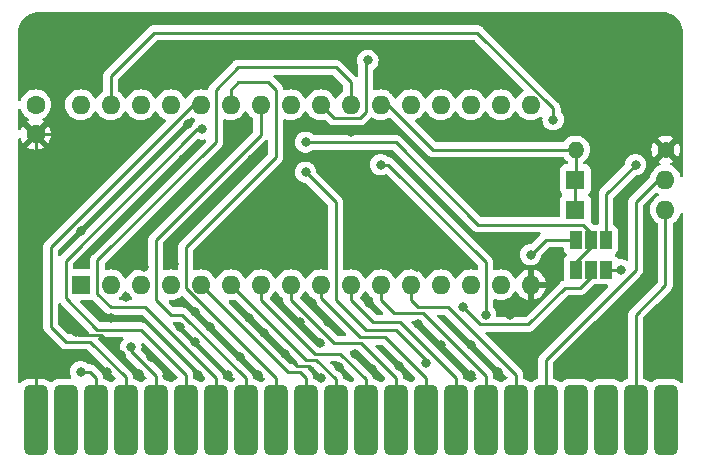
<source format=gbr>
%TF.GenerationSoftware,KiCad,Pcbnew,7.0.10*%
%TF.CreationDate,2024-01-06T19:25:06+00:00*%
%TF.ProjectId,v1a,7631612e-6b69-4636-9164-5f7063625858,rev?*%
%TF.SameCoordinates,Original*%
%TF.FileFunction,Copper,L1,Top*%
%TF.FilePolarity,Positive*%
%FSLAX46Y46*%
G04 Gerber Fmt 4.6, Leading zero omitted, Abs format (unit mm)*
G04 Created by KiCad (PCBNEW 7.0.10) date 2024-01-06 19:25:06*
%MOMM*%
%LPD*%
G01*
G04 APERTURE LIST*
G04 Aperture macros list*
%AMRoundRect*
0 Rectangle with rounded corners*
0 $1 Rounding radius*
0 $2 $3 $4 $5 $6 $7 $8 $9 X,Y pos of 4 corners*
0 Add a 4 corners polygon primitive as box body*
4,1,4,$2,$3,$4,$5,$6,$7,$8,$9,$2,$3,0*
0 Add four circle primitives for the rounded corners*
1,1,$1+$1,$2,$3*
1,1,$1+$1,$4,$5*
1,1,$1+$1,$6,$7*
1,1,$1+$1,$8,$9*
0 Add four rect primitives between the rounded corners*
20,1,$1+$1,$2,$3,$4,$5,0*
20,1,$1+$1,$4,$5,$6,$7,0*
20,1,$1+$1,$6,$7,$8,$9,0*
20,1,$1+$1,$8,$9,$2,$3,0*%
G04 Aperture macros list end*
%TA.AperFunction,ComponentPad*%
%ADD10R,1.600000X1.600000*%
%TD*%
%TA.AperFunction,ComponentPad*%
%ADD11O,1.600000X1.600000*%
%TD*%
%TA.AperFunction,ComponentPad*%
%ADD12C,1.600000*%
%TD*%
%TA.AperFunction,SMDPad,CuDef*%
%ADD13R,1.000000X1.500000*%
%TD*%
%TA.AperFunction,SMDPad,CuDef*%
%ADD14RoundRect,0.508000X-0.508000X-2.464500X0.508000X-2.464500X0.508000X2.464500X-0.508000X2.464500X0*%
%TD*%
%TA.AperFunction,SMDPad,CuDef*%
%ADD15RoundRect,0.508000X-0.508000X-2.468000X0.508000X-2.468000X0.508000X2.468000X-0.508000X2.468000X0*%
%TD*%
%TA.AperFunction,ComponentPad*%
%ADD16C,1.400000*%
%TD*%
%TA.AperFunction,ComponentPad*%
%ADD17O,1.400000X1.400000*%
%TD*%
%TA.AperFunction,ViaPad*%
%ADD18C,0.800000*%
%TD*%
%TA.AperFunction,Conductor*%
%ADD19C,0.250000*%
%TD*%
G04 APERTURE END LIST*
D10*
%TO.P,D1,1,K*%
%TO.N,Net-(D1-K)*%
X88874600Y-73660000D03*
D11*
%TO.P,D1,2,A*%
%TO.N,~{SEL}*%
X96494600Y-73660000D03*
%TD*%
D12*
%TO.P,C1,1*%
%TO.N,GND*%
X43180000Y-67270000D03*
%TO.P,C1,2*%
%TO.N,+5V*%
X43180000Y-64770000D03*
%TD*%
D10*
%TO.P,U1,1,A18*%
%TO.N,B3*%
X46990000Y-80010000D03*
D11*
%TO.P,U1,2,A16*%
%TO.N,B1*%
X49530000Y-80010000D03*
%TO.P,U1,3,A14*%
%TO.N,A14*%
X52070000Y-80010000D03*
%TO.P,U1,4,A12*%
%TO.N,A12*%
X54610000Y-80010000D03*
%TO.P,U1,5,A7*%
%TO.N,A7*%
X57150000Y-80010000D03*
%TO.P,U1,6,A6*%
%TO.N,A6*%
X59690000Y-80010000D03*
%TO.P,U1,7,A5*%
%TO.N,A5*%
X62230000Y-80010000D03*
%TO.P,U1,8,A4*%
%TO.N,A4*%
X64770000Y-80010000D03*
%TO.P,U1,9,A3*%
%TO.N,A3*%
X67310000Y-80010000D03*
%TO.P,U1,10,A2*%
%TO.N,A2*%
X69850000Y-80010000D03*
%TO.P,U1,11,A1*%
%TO.N,A1*%
X72390000Y-80010000D03*
%TO.P,U1,12,A0*%
%TO.N,A0*%
X74930000Y-80010000D03*
%TO.P,U1,13,DQ0*%
%TO.N,D0*%
X77470000Y-80010000D03*
%TO.P,U1,14,DQ1*%
%TO.N,D1*%
X80010000Y-80010000D03*
%TO.P,U1,15,DQ2*%
%TO.N,D2*%
X82550000Y-80010000D03*
%TO.P,U1,16,VSS*%
%TO.N,GND*%
X85090000Y-80010000D03*
%TO.P,U1,17,DQ3*%
%TO.N,D3*%
X85090000Y-64770000D03*
%TO.P,U1,18,DQ4*%
%TO.N,D4*%
X82550000Y-64770000D03*
%TO.P,U1,19,DQ5*%
%TO.N,D5*%
X80010000Y-64770000D03*
%TO.P,U1,20,DQ6*%
%TO.N,D6*%
X77470000Y-64770000D03*
%TO.P,U1,21,DQ7*%
%TO.N,D7*%
X74930000Y-64770000D03*
%TO.P,U1,22,CE#*%
%TO.N,Net-(D1-K)*%
X72390000Y-64770000D03*
%TO.P,U1,23,A10*%
%TO.N,A10*%
X69850000Y-64770000D03*
%TO.P,U1,24,OE#*%
%TO.N,+5V*%
X67310000Y-64770000D03*
%TO.P,U1,25,A11*%
%TO.N,A11*%
X64770000Y-64770000D03*
%TO.P,U1,26,A9*%
%TO.N,A9*%
X62230000Y-64770000D03*
%TO.P,U1,27,A8*%
%TO.N,A8*%
X59690000Y-64770000D03*
%TO.P,U1,28,A13*%
%TO.N,A13*%
X57150000Y-64770000D03*
%TO.P,U1,29,WE#*%
%TO.N,R{slash}~{W}*%
X54610000Y-64770000D03*
%TO.P,U1,30,A17*%
%TO.N,/Enable 128*%
X52070000Y-64770000D03*
%TO.P,U1,31,A15*%
%TO.N,B0*%
X49530000Y-64770000D03*
%TO.P,U1,32,VCC*%
%TO.N,+5V*%
X46990000Y-64770000D03*
%TD*%
D13*
%TO.P,JP1,1,A*%
%TO.N,B2*%
X88900000Y-76200000D03*
%TO.P,JP1,2,C*%
%TO.N,/Enable 128*%
X90200000Y-76200000D03*
%TO.P,JP1,3,B*%
%TO.N,+5V*%
X91500000Y-76200000D03*
%TD*%
D10*
%TO.P,D2,1,K*%
%TO.N,Net-(D1-K)*%
X88874600Y-71120000D03*
D11*
%TO.P,D2,2,A*%
%TO.N,~{CART}*%
X96494600Y-71120000D03*
%TD*%
D13*
%TO.P,JP2,1,A*%
%TO.N,/Enable 128*%
X88900000Y-78740000D03*
%TO.P,JP2,2,C*%
%TO.N,B6*%
X90200000Y-78740000D03*
%TO.P,JP2,3,B*%
%TO.N,Net-(J1-Pin_42)*%
X91500000Y-78740000D03*
%TD*%
D14*
%TO.P,J1,1,Pin_1*%
%TO.N,GND*%
X43180000Y-91440000D03*
%TO.P,J1,3,Pin_3*%
%TO.N,A15*%
X45720000Y-91440000D03*
%TO.P,J1,5,Pin_5*%
%TO.N,A14*%
X48260000Y-91440000D03*
%TO.P,J1,7,Pin_7*%
%TO.N,A13*%
X50800000Y-91440000D03*
%TO.P,J1,9,Pin_9*%
%TO.N,A12*%
X53340000Y-91440000D03*
%TO.P,J1,11,Pin_11*%
%TO.N,A11*%
X55880000Y-91440000D03*
D15*
%TO.P,J1,13,Pin_13*%
%TO.N,A10*%
X58420000Y-91443500D03*
%TO.P,J1,15,Pin_15*%
%TO.N,A9*%
X60960000Y-91443500D03*
D14*
%TO.P,J1,17,Pin_17*%
%TO.N,A8*%
X63500000Y-91440000D03*
%TO.P,J1,19,Pin_19*%
%TO.N,A7*%
X66040000Y-91440000D03*
%TO.P,J1,21,Pin_21*%
%TO.N,A6*%
X68580000Y-91440000D03*
%TO.P,J1,23,Pin_23*%
%TO.N,A5*%
X71120000Y-91440000D03*
%TO.P,J1,25,Pin_25*%
%TO.N,A4*%
X73660000Y-91440000D03*
%TO.P,J1,27,Pin_27*%
%TO.N,A3*%
X76200000Y-91440000D03*
D15*
%TO.P,J1,29,Pin_29*%
%TO.N,A2*%
X78740000Y-91443500D03*
D14*
%TO.P,J1,31,Pin_31*%
%TO.N,A1*%
X81280000Y-91440000D03*
%TO.P,J1,33,Pin_33*%
%TO.N,A0*%
X83820000Y-91440000D03*
D15*
%TO.P,J1,35,Pin_35*%
%TO.N,~{CART}*%
X86360000Y-91443500D03*
D14*
%TO.P,J1,37,Pin_37*%
%TO.N,~{NMI}*%
X88900000Y-91440000D03*
%TO.P,J1,39,Pin_39*%
%TO.N,~{RESET}*%
X91440000Y-91440000D03*
%TO.P,J1,41,Pin_41*%
%TO.N,~{SEL}*%
X93980000Y-91440000D03*
%TO.P,J1,43,Pin_43*%
%TO.N,unconnected-(J1-Pin_43-Pad43)*%
X96520000Y-91440000D03*
%TD*%
D16*
%TO.P,R1,1*%
%TO.N,GND*%
X96520000Y-68580000D03*
D17*
%TO.P,R1,2*%
%TO.N,Net-(D1-K)*%
X88900000Y-68580000D03*
%TD*%
D18*
%TO.N,GND*%
X52324000Y-78486000D03*
X80010000Y-85090000D03*
X50800000Y-62738000D03*
X89662000Y-85090000D03*
X53340000Y-62738000D03*
X96266000Y-82296000D03*
X71374000Y-81534000D03*
X77978000Y-66802000D03*
X72898000Y-76962000D03*
X71628000Y-87122000D03*
X56896000Y-87630000D03*
X51968400Y-87579200D03*
X95250000Y-77724000D03*
X66040000Y-63246000D03*
X74295000Y-73025000D03*
X56642000Y-84836000D03*
X64262000Y-85852000D03*
X46990000Y-75438000D03*
X54864000Y-78232000D03*
X73406000Y-63500000D03*
X50404773Y-85991038D03*
X82804000Y-71374000D03*
X58420000Y-69342000D03*
X70231000Y-85852000D03*
X92710000Y-82296000D03*
X55118000Y-62230000D03*
X61468000Y-69342000D03*
X80518000Y-66802000D03*
X59944000Y-77978000D03*
X69850000Y-67056000D03*
X88900000Y-81280000D03*
X57658000Y-77724000D03*
X75946000Y-66294000D03*
X59436000Y-87630000D03*
X67310000Y-87884000D03*
X57912000Y-83566000D03*
X71628000Y-75692000D03*
X92456000Y-67564000D03*
X61976000Y-87630000D03*
X67259200Y-84988400D03*
X60452000Y-86106000D03*
X64770000Y-59690000D03*
X52984400Y-86156800D03*
X75438000Y-78486000D03*
X83312000Y-82550000D03*
X50038000Y-67056000D03*
X62484000Y-84074000D03*
X56642000Y-82296000D03*
X67919600Y-83210400D03*
X82296000Y-87376000D03*
X75565000Y-74295000D03*
X77470000Y-85090000D03*
X49530000Y-82804000D03*
X88900000Y-66802000D03*
X87122000Y-83312000D03*
X80010000Y-87630000D03*
X55372000Y-83566000D03*
X56083200Y-66395600D03*
X50800000Y-81026000D03*
X66548000Y-81534000D03*
X68580000Y-63246000D03*
X49225200Y-87426800D03*
X66040000Y-66294000D03*
X54305200Y-87731600D03*
X45212000Y-85852000D03*
X75565000Y-83312000D03*
X45085000Y-62865000D03*
X61264800Y-82804000D03*
X68834000Y-86995000D03*
X73914000Y-86868000D03*
X65532000Y-83210400D03*
X55626000Y-69342000D03*
X83312000Y-66548000D03*
X46609000Y-83997800D03*
X77470000Y-76200000D03*
%TO.N,+5V*%
X93980000Y-69850000D03*
X71307000Y-61027000D03*
%TO.N,A14*%
X46990000Y-87376000D03*
%TO.N,A12*%
X51244500Y-85280500D03*
%TO.N,A11*%
X57292819Y-66817819D03*
%TO.N,B6*%
X79375000Y-81915000D03*
%TO.N,B3*%
X76200000Y-86614000D03*
X66040000Y-70485000D03*
%TO.N,B2*%
X85090000Y-77470000D03*
%TO.N,B1*%
X72390000Y-69850000D03*
X81280000Y-82550000D03*
%TO.N,B0*%
X86995000Y-66040000D03*
%TO.N,Net-(J1-Pin_42)*%
X92710000Y-78740000D03*
%TO.N,/Enable 128*%
X66040000Y-67945000D03*
%TD*%
D19*
%TO.N,GND*%
X48683735Y-84270000D02*
X51968400Y-87554665D01*
X51968400Y-87554665D02*
X51968400Y-87579200D01*
X65278000Y-86868000D02*
X64262000Y-85852000D01*
X46609000Y-83997800D02*
X46881200Y-84270000D01*
X50038000Y-67056000D02*
X49824000Y-67270000D01*
X46881200Y-84270000D02*
X48683735Y-84270000D01*
X49824000Y-67270000D02*
X43180000Y-67270000D01*
X45085000Y-65365000D02*
X43180000Y-67270000D01*
X45085000Y-62865000D02*
X45085000Y-65365000D01*
X43180000Y-67270000D02*
X43180000Y-91440000D01*
X67310000Y-87884000D02*
X66294000Y-86868000D01*
X66294000Y-86868000D02*
X65278000Y-86868000D01*
%TO.N,+5V*%
X71120000Y-61214000D02*
X71120000Y-65380991D01*
X93980000Y-69850000D02*
X91470000Y-72360000D01*
X91470000Y-72360000D02*
X91470000Y-76170000D01*
X71120000Y-65380991D02*
X70605991Y-65895000D01*
X71307000Y-61027000D02*
X71120000Y-61214000D01*
X70605991Y-65895000D02*
X68435000Y-65895000D01*
X91470000Y-76170000D02*
X91500000Y-76200000D01*
X68435000Y-65895000D02*
X67310000Y-64770000D01*
%TO.N,Net-(D1-K)*%
X76835000Y-68580000D02*
X73025000Y-64770000D01*
X88900000Y-71729600D02*
X88900000Y-68580000D01*
X88874600Y-74295000D02*
X88874600Y-71755000D01*
X88900000Y-68580000D02*
X76835000Y-68580000D01*
X88874600Y-71755000D02*
X88900000Y-71729600D01*
X73025000Y-64770000D02*
X72390000Y-64770000D01*
%TO.N,~{SEL}*%
X96494600Y-80035400D02*
X93980000Y-82550000D01*
X96494600Y-74295000D02*
X96494600Y-80035400D01*
X93980000Y-82550000D02*
X93980000Y-91440000D01*
%TO.N,~{CART}*%
X93980000Y-73025000D02*
X93980000Y-78740000D01*
X95885000Y-71120000D02*
X93980000Y-73025000D01*
X86360000Y-86360000D02*
X86360000Y-91443500D01*
X96494600Y-71120000D02*
X95885000Y-71120000D01*
X93980000Y-78740000D02*
X86360000Y-86360000D01*
%TO.N,A14*%
X47752000Y-87376000D02*
X48260000Y-87884000D01*
X46990000Y-87376000D02*
X47752000Y-87376000D01*
X48260000Y-87884000D02*
X48260000Y-91440000D01*
%TO.N,A13*%
X45720000Y-84836000D02*
X44450000Y-83566000D01*
X44450000Y-83566000D02*
X44450000Y-76811273D01*
X50800000Y-91440000D02*
X50800000Y-87833200D01*
X47802800Y-84836000D02*
X45720000Y-84836000D01*
X50800000Y-87833200D02*
X47802800Y-84836000D01*
X56491273Y-64770000D02*
X57150000Y-64770000D01*
X44450000Y-76811273D02*
X56491273Y-64770000D01*
%TO.N,A12*%
X51244500Y-85280500D02*
X51244500Y-85636100D01*
X51244500Y-85636100D02*
X53340000Y-87731600D01*
X53340000Y-87731600D02*
X53340000Y-91440000D01*
%TO.N,A11*%
X56880181Y-66817819D02*
X45720000Y-77978000D01*
X45720000Y-77978000D02*
X45720000Y-81135000D01*
X45720000Y-81135000D02*
X48405000Y-83820000D01*
X57292819Y-66817819D02*
X56880181Y-66817819D01*
X52070000Y-83820000D02*
X55880000Y-87630000D01*
X55880000Y-87630000D02*
X55880000Y-91440000D01*
X48405000Y-83820000D02*
X52070000Y-83820000D01*
%TO.N,A10*%
X69850000Y-62865000D02*
X69850000Y-64770000D01*
X58420000Y-87884000D02*
X52451000Y-81915000D01*
X68580000Y-61595000D02*
X69850000Y-62865000D01*
X58420000Y-63500000D02*
X60325000Y-61595000D01*
X58420000Y-91443500D02*
X58420000Y-87884000D01*
X48405000Y-77960000D02*
X58420000Y-67945000D01*
X60325000Y-61595000D02*
X68580000Y-61595000D01*
X49530000Y-81915000D02*
X48405000Y-80790000D01*
X58420000Y-67945000D02*
X58420000Y-63500000D01*
X48405000Y-80790000D02*
X48405000Y-77960000D01*
X52451000Y-81915000D02*
X49530000Y-81915000D01*
%TO.N,A9*%
X55562500Y-82550000D02*
X54610000Y-82550000D01*
X60960000Y-87947500D02*
X55562500Y-82550000D01*
X53340000Y-81280000D02*
X53340000Y-76200000D01*
X60960000Y-91443500D02*
X60960000Y-87947500D01*
X53340000Y-76200000D02*
X62230000Y-67310000D01*
X54610000Y-82550000D02*
X53340000Y-81280000D01*
X62230000Y-67310000D02*
X62230000Y-64770000D01*
%TO.N,A8*%
X55880000Y-76835000D02*
X63500000Y-69215000D01*
X60325000Y-62865000D02*
X59690000Y-63500000D01*
X63500000Y-63500000D02*
X62865000Y-62865000D01*
X59690000Y-63500000D02*
X59690000Y-64770000D01*
X62865000Y-62865000D02*
X60325000Y-62865000D01*
X63500000Y-91440000D02*
X63500000Y-87950991D01*
X63500000Y-69215000D02*
X63500000Y-63500000D01*
X55880000Y-80330991D02*
X55880000Y-76835000D01*
X63500000Y-87950991D02*
X55880000Y-80330991D01*
%TO.N,A7*%
X64516000Y-87376000D02*
X65532000Y-87376000D01*
X66040000Y-87884000D02*
X66040000Y-91440000D01*
X65532000Y-87376000D02*
X66040000Y-87884000D01*
X57150000Y-80010000D02*
X64516000Y-87376000D01*
%TO.N,A6*%
X68580000Y-87987273D02*
X66952727Y-86360000D01*
X66952727Y-86360000D02*
X66040000Y-86360000D01*
X66040000Y-86360000D02*
X59690000Y-80010000D01*
X68580000Y-91440000D02*
X68580000Y-87987273D01*
%TO.N,B6*%
X80835000Y-83375000D02*
X84900000Y-83375000D01*
X90200000Y-79345000D02*
X90200000Y-78740000D01*
X79375000Y-81915000D02*
X80835000Y-83375000D01*
X88011000Y-80264000D02*
X89281000Y-80264000D01*
X89281000Y-80264000D02*
X90200000Y-79345000D01*
X84900000Y-83375000D02*
X88011000Y-80264000D01*
%TO.N,A5*%
X66802000Y-85852000D02*
X62230000Y-81280000D01*
X62230000Y-81280000D02*
X62230000Y-80010000D01*
X71120000Y-88011000D02*
X68961000Y-85852000D01*
X68961000Y-85852000D02*
X66802000Y-85852000D01*
X71120000Y-91440000D02*
X71120000Y-88011000D01*
%TO.N,A4*%
X64770000Y-81280000D02*
X64770000Y-80010000D01*
X70739000Y-84963000D02*
X68453000Y-84963000D01*
X73660000Y-91440000D02*
X73660000Y-87884000D01*
X73660000Y-87884000D02*
X70739000Y-84963000D01*
X68453000Y-84963000D02*
X64770000Y-81280000D01*
%TO.N,A3*%
X67310000Y-81129273D02*
X67310000Y-80010000D01*
X76200000Y-87884000D02*
X72771000Y-84455000D01*
X72771000Y-84455000D02*
X70635727Y-84455000D01*
X76200000Y-91440000D02*
X76200000Y-87884000D01*
X70635727Y-84455000D02*
X67310000Y-81129273D01*
%TO.N,B3*%
X68580000Y-81280000D02*
X68580000Y-73025000D01*
X76200000Y-86614000D02*
X76200000Y-86360000D01*
X71120000Y-83820000D02*
X68580000Y-81280000D01*
X76200000Y-86360000D02*
X73660000Y-83820000D01*
X68580000Y-73025000D02*
X66040000Y-70485000D01*
X73660000Y-83820000D02*
X71120000Y-83820000D01*
%TO.N,A2*%
X74041000Y-83185000D02*
X71755000Y-83185000D01*
X69850000Y-81280000D02*
X69850000Y-80010000D01*
X78740000Y-87884000D02*
X74041000Y-83185000D01*
X78740000Y-91443500D02*
X78740000Y-87884000D01*
X71755000Y-83185000D02*
X69850000Y-81280000D01*
%TO.N,B2*%
X86360000Y-76200000D02*
X88900000Y-76200000D01*
X85090000Y-77470000D02*
X86360000Y-76200000D01*
%TO.N,A1*%
X81280000Y-87733273D02*
X81280000Y-91440000D01*
X75969727Y-82423000D02*
X81280000Y-87733273D01*
X72390000Y-81280000D02*
X73533000Y-82423000D01*
X73533000Y-82423000D02*
X75969727Y-82423000D01*
X72390000Y-80010000D02*
X72390000Y-81280000D01*
%TO.N,B1*%
X72390000Y-69850000D02*
X73025000Y-69850000D01*
X81280000Y-78105000D02*
X81280000Y-82550000D01*
X73025000Y-69850000D02*
X81280000Y-78105000D01*
%TO.N,A0*%
X74930000Y-81280000D02*
X74930000Y-80010000D01*
X83820000Y-91440000D02*
X83820000Y-87630000D01*
X75565000Y-81915000D02*
X74930000Y-81280000D01*
X78105000Y-81915000D02*
X75565000Y-81915000D01*
X83820000Y-87630000D02*
X78105000Y-81915000D01*
%TO.N,B0*%
X49530000Y-62333273D02*
X53189273Y-58674000D01*
X80584991Y-58674000D02*
X86995000Y-65084009D01*
X49530000Y-64770000D02*
X49530000Y-62333273D01*
X53189273Y-58674000D02*
X80584991Y-58674000D01*
X86995000Y-65084009D02*
X86995000Y-66040000D01*
%TO.N,Net-(J1-Pin_42)*%
X91500000Y-78740000D02*
X92710000Y-78740000D01*
%TO.N,/Enable 128*%
X88900000Y-78100000D02*
X90200000Y-76800000D01*
X88900000Y-78740000D02*
X88900000Y-78100000D01*
X89530000Y-74930000D02*
X90200000Y-75600000D01*
X90200000Y-76800000D02*
X90200000Y-76200000D01*
X80645000Y-74930000D02*
X89530000Y-74930000D01*
X90200000Y-75600000D02*
X90200000Y-76200000D01*
X66040000Y-67945000D02*
X73660000Y-67945000D01*
X73660000Y-67945000D02*
X80645000Y-74930000D01*
%TD*%
%TA.AperFunction,Conductor*%
%TO.N,GND*%
G36*
X97922311Y-73903738D02*
G01*
X97976189Y-73948223D01*
X97997464Y-74014775D01*
X97997499Y-74017726D01*
X97997499Y-88220571D01*
X97977814Y-88287610D01*
X97925010Y-88333365D01*
X97855852Y-88343309D01*
X97792296Y-88314284D01*
X97777647Y-88299237D01*
X97744569Y-88258932D01*
X97591005Y-88132905D01*
X97590998Y-88132901D01*
X97415808Y-88039260D01*
X97250725Y-87989183D01*
X97225701Y-87981592D01*
X97225699Y-87981591D01*
X97225701Y-87981591D01*
X97113590Y-87970550D01*
X97077547Y-87967000D01*
X97077543Y-87967000D01*
X95962457Y-87967000D01*
X95814300Y-87981591D01*
X95624191Y-88039260D01*
X95449001Y-88132901D01*
X95448995Y-88132905D01*
X95328664Y-88231658D01*
X95264354Y-88258970D01*
X95195487Y-88247179D01*
X95171336Y-88231658D01*
X95051004Y-88132905D01*
X95050998Y-88132901D01*
X94875805Y-88039259D01*
X94693504Y-87983958D01*
X94635066Y-87945661D01*
X94606609Y-87881849D01*
X94605500Y-87865298D01*
X94605500Y-82860452D01*
X94625185Y-82793413D01*
X94641819Y-82772771D01*
X95748173Y-81666417D01*
X96878388Y-80536201D01*
X96890642Y-80526386D01*
X96890459Y-80526164D01*
X96896468Y-80521191D01*
X96896477Y-80521186D01*
X96942549Y-80472122D01*
X96945166Y-80469423D01*
X96964720Y-80449871D01*
X96967176Y-80446703D01*
X96974756Y-80437827D01*
X97004662Y-80405982D01*
X97014313Y-80388424D01*
X97024996Y-80372161D01*
X97037273Y-80356336D01*
X97054621Y-80316244D01*
X97059751Y-80305771D01*
X97080797Y-80267492D01*
X97085780Y-80248080D01*
X97092081Y-80229680D01*
X97100037Y-80211296D01*
X97106870Y-80168148D01*
X97109233Y-80156738D01*
X97120100Y-80114419D01*
X97120100Y-80094383D01*
X97121627Y-80074982D01*
X97123527Y-80062987D01*
X97124760Y-80055204D01*
X97120650Y-80011724D01*
X97120100Y-80000055D01*
X97120100Y-74874188D01*
X97139785Y-74807149D01*
X97172977Y-74772613D01*
X97264156Y-74708769D01*
X97333739Y-74660047D01*
X97494647Y-74499139D01*
X97625168Y-74312734D01*
X97721339Y-74106496D01*
X97753724Y-73985633D01*
X97790089Y-73925972D01*
X97852936Y-73895443D01*
X97922311Y-73903738D01*
G37*
%TD.AperFunction*%
%TA.AperFunction,Conductor*%
G36*
X96208415Y-56942501D02*
G01*
X96218405Y-56942501D01*
X96261571Y-56942501D01*
X96270417Y-56942817D01*
X96503577Y-56959492D01*
X96521078Y-56962009D01*
X96745156Y-57010754D01*
X96762121Y-57015735D01*
X96976991Y-57095877D01*
X96993064Y-57103218D01*
X97194332Y-57213118D01*
X97194336Y-57213120D01*
X97209219Y-57222685D01*
X97392791Y-57360105D01*
X97406162Y-57371691D01*
X97568308Y-57533837D01*
X97579894Y-57547208D01*
X97717314Y-57730780D01*
X97726879Y-57745663D01*
X97836776Y-57946924D01*
X97844124Y-57963014D01*
X97850015Y-57978807D01*
X97924262Y-58177873D01*
X97929246Y-58194848D01*
X97977989Y-58418916D01*
X97980507Y-58436428D01*
X97997183Y-58669581D01*
X97997499Y-58678427D01*
X97997499Y-70762273D01*
X97977814Y-70829312D01*
X97925010Y-70875067D01*
X97855852Y-70885011D01*
X97792296Y-70855986D01*
X97754522Y-70797208D01*
X97753724Y-70794366D01*
X97721341Y-70673511D01*
X97721338Y-70673502D01*
X97642243Y-70503884D01*
X97625168Y-70467266D01*
X97505768Y-70296744D01*
X97494645Y-70280858D01*
X97333741Y-70119954D01*
X97147334Y-69989432D01*
X97147332Y-69989431D01*
X96982757Y-69912688D01*
X96930318Y-69866515D01*
X96911166Y-69799322D01*
X96931382Y-69732441D01*
X96984547Y-69687106D01*
X96990369Y-69684679D01*
X97057174Y-69658798D01*
X97057181Y-69658795D01*
X97173326Y-69586879D01*
X96520001Y-68933553D01*
X96520000Y-68933553D01*
X95866672Y-69586879D01*
X95866672Y-69586880D01*
X95982821Y-69658797D01*
X95982822Y-69658798D01*
X96021882Y-69673930D01*
X96077284Y-69716503D01*
X96100874Y-69782270D01*
X96085163Y-69850350D01*
X96035139Y-69899129D01*
X96029493Y-69901939D01*
X95841867Y-69989431D01*
X95841865Y-69989432D01*
X95655458Y-70119954D01*
X95494554Y-70280858D01*
X95364032Y-70467265D01*
X95364031Y-70467267D01*
X95267861Y-70673502D01*
X95267858Y-70673511D01*
X95210926Y-70885988D01*
X95178832Y-70941576D01*
X93596208Y-72524199D01*
X93583951Y-72534020D01*
X93584134Y-72534241D01*
X93578122Y-72539214D01*
X93532098Y-72588223D01*
X93529391Y-72591016D01*
X93509889Y-72610517D01*
X93509875Y-72610534D01*
X93507407Y-72613715D01*
X93499843Y-72622570D01*
X93469937Y-72654418D01*
X93469936Y-72654420D01*
X93460284Y-72671976D01*
X93449610Y-72688226D01*
X93437329Y-72704061D01*
X93437324Y-72704068D01*
X93419975Y-72744158D01*
X93414838Y-72754644D01*
X93393803Y-72792906D01*
X93388822Y-72812307D01*
X93382521Y-72830710D01*
X93374562Y-72849102D01*
X93374561Y-72849105D01*
X93367728Y-72892243D01*
X93365360Y-72903674D01*
X93354501Y-72945971D01*
X93354500Y-72945982D01*
X93354500Y-72966016D01*
X93352973Y-72985415D01*
X93349840Y-73005194D01*
X93349840Y-73005195D01*
X93353950Y-73048674D01*
X93354500Y-73060343D01*
X93354500Y-77851814D01*
X93334815Y-77918853D01*
X93282011Y-77964608D01*
X93212853Y-77974552D01*
X93169572Y-77957005D01*
X93168363Y-77959101D01*
X93162729Y-77955848D01*
X92989807Y-77878857D01*
X92989802Y-77878855D01*
X92844001Y-77847865D01*
X92804646Y-77839500D01*
X92615354Y-77839500D01*
X92615351Y-77839500D01*
X92592724Y-77844309D01*
X92523057Y-77838991D01*
X92467324Y-77796853D01*
X92450764Y-77766350D01*
X92443798Y-77747673D01*
X92443793Y-77747664D01*
X92388206Y-77673411D01*
X92357546Y-77632454D01*
X92273136Y-77569265D01*
X92231267Y-77513333D01*
X92226283Y-77443641D01*
X92259768Y-77382318D01*
X92273130Y-77370739D01*
X92357546Y-77307546D01*
X92443796Y-77192331D01*
X92494091Y-77057483D01*
X92500500Y-76997873D01*
X92500499Y-75402128D01*
X92494091Y-75342517D01*
X92490121Y-75331874D01*
X92443797Y-75207671D01*
X92443793Y-75207664D01*
X92357547Y-75092455D01*
X92357544Y-75092452D01*
X92242335Y-75006206D01*
X92242328Y-75006202D01*
X92176167Y-74981526D01*
X92120233Y-74939655D01*
X92095816Y-74874191D01*
X92095500Y-74865344D01*
X92095500Y-72670452D01*
X92115185Y-72603413D01*
X92131819Y-72582771D01*
X93927772Y-70786819D01*
X93989095Y-70753334D01*
X94015453Y-70750500D01*
X94074644Y-70750500D01*
X94074646Y-70750500D01*
X94259803Y-70711144D01*
X94432730Y-70634151D01*
X94585871Y-70522888D01*
X94712533Y-70382216D01*
X94807179Y-70218284D01*
X94865674Y-70038256D01*
X94885460Y-69850000D01*
X94865674Y-69661744D01*
X94807179Y-69481716D01*
X94712533Y-69317784D01*
X94585871Y-69177112D01*
X94541897Y-69145163D01*
X94432734Y-69065851D01*
X94432729Y-69065848D01*
X94259807Y-68988857D01*
X94259802Y-68988855D01*
X94104798Y-68955909D01*
X94074646Y-68949500D01*
X93885354Y-68949500D01*
X93855202Y-68955909D01*
X93700197Y-68988855D01*
X93700192Y-68988857D01*
X93527270Y-69065848D01*
X93527265Y-69065851D01*
X93374129Y-69177111D01*
X93247466Y-69317785D01*
X93152821Y-69481715D01*
X93152818Y-69481722D01*
X93095283Y-69658798D01*
X93094326Y-69661744D01*
X93077072Y-69825908D01*
X93076679Y-69829649D01*
X93050094Y-69894263D01*
X93041039Y-69904368D01*
X91086208Y-71859199D01*
X91073951Y-71869020D01*
X91074134Y-71869241D01*
X91068122Y-71874214D01*
X91022098Y-71923223D01*
X91019391Y-71926016D01*
X90999889Y-71945517D01*
X90999875Y-71945534D01*
X90997407Y-71948715D01*
X90989843Y-71957570D01*
X90959937Y-71989418D01*
X90959936Y-71989420D01*
X90950284Y-72006976D01*
X90939610Y-72023226D01*
X90927329Y-72039061D01*
X90927324Y-72039068D01*
X90909975Y-72079158D01*
X90904838Y-72089644D01*
X90883803Y-72127906D01*
X90878822Y-72147307D01*
X90872521Y-72165710D01*
X90864562Y-72184102D01*
X90864561Y-72184105D01*
X90857728Y-72227243D01*
X90855360Y-72238674D01*
X90844501Y-72280971D01*
X90844500Y-72280982D01*
X90844500Y-72301016D01*
X90842973Y-72320413D01*
X90842438Y-72323791D01*
X90839840Y-72340194D01*
X90839840Y-72340195D01*
X90843950Y-72383674D01*
X90844500Y-72395343D01*
X90844500Y-74825500D01*
X90824815Y-74892539D01*
X90772011Y-74938294D01*
X90720500Y-74949500D01*
X90485452Y-74949500D01*
X90418413Y-74929815D01*
X90397771Y-74913181D01*
X90193360Y-74708769D01*
X90159875Y-74647446D01*
X90164858Y-74577757D01*
X90168691Y-74567483D01*
X90175100Y-74507873D01*
X90175099Y-72812128D01*
X90168691Y-72752517D01*
X90167368Y-72748971D01*
X90118397Y-72617671D01*
X90118393Y-72617664D01*
X90032147Y-72502455D01*
X90032146Y-72502454D01*
X90014530Y-72489267D01*
X89972658Y-72433334D01*
X89967674Y-72363642D01*
X90001158Y-72302319D01*
X90014530Y-72290733D01*
X90032146Y-72277546D01*
X90118396Y-72162331D01*
X90168691Y-72027483D01*
X90175100Y-71967873D01*
X90175099Y-70272128D01*
X90168691Y-70212517D01*
X90134167Y-70119954D01*
X90118397Y-70077671D01*
X90118393Y-70077664D01*
X90032147Y-69962455D01*
X90032144Y-69962452D01*
X89916935Y-69876206D01*
X89916928Y-69876202D01*
X89782082Y-69825908D01*
X89782083Y-69825908D01*
X89722483Y-69819501D01*
X89722481Y-69819500D01*
X89722473Y-69819500D01*
X89722465Y-69819500D01*
X89649500Y-69819500D01*
X89582461Y-69799815D01*
X89536706Y-69747011D01*
X89525500Y-69695500D01*
X89525500Y-69673765D01*
X89545185Y-69606726D01*
X89584220Y-69568340D01*
X89626562Y-69542124D01*
X89762462Y-69418235D01*
X89790979Y-69392238D01*
X89791993Y-69390896D01*
X89925058Y-69214689D01*
X90024229Y-69015528D01*
X90085115Y-68801536D01*
X90105643Y-68580000D01*
X95314859Y-68580000D01*
X95335378Y-68801439D01*
X95396240Y-69015350D01*
X95495369Y-69214428D01*
X95511137Y-69235308D01*
X95511138Y-69235308D01*
X96137145Y-68609302D01*
X96166372Y-68609302D01*
X96195047Y-68722538D01*
X96258936Y-68820327D01*
X96351115Y-68892072D01*
X96461595Y-68930000D01*
X96549005Y-68930000D01*
X96635216Y-68915614D01*
X96737947Y-68860019D01*
X96817060Y-68774079D01*
X96863982Y-68667108D01*
X96871200Y-68580000D01*
X96873553Y-68580000D01*
X97528861Y-69235308D01*
X97544631Y-69214425D01*
X97544633Y-69214422D01*
X97643759Y-69015350D01*
X97704621Y-68801439D01*
X97725141Y-68580000D01*
X97725141Y-68579999D01*
X97704621Y-68358560D01*
X97643759Y-68144649D01*
X97544635Y-67945580D01*
X97544630Y-67945572D01*
X97528860Y-67924690D01*
X96873553Y-68579999D01*
X96873553Y-68580000D01*
X96871200Y-68580000D01*
X96873628Y-68550698D01*
X96844953Y-68437462D01*
X96781064Y-68339673D01*
X96688885Y-68267928D01*
X96578405Y-68230000D01*
X96490995Y-68230000D01*
X96404784Y-68244386D01*
X96302053Y-68299981D01*
X96222940Y-68385921D01*
X96176018Y-68492892D01*
X96166372Y-68609302D01*
X96137145Y-68609302D01*
X96166447Y-68580000D01*
X95511138Y-67924691D01*
X95511137Y-67924691D01*
X95495368Y-67945574D01*
X95396240Y-68144649D01*
X95335378Y-68358560D01*
X95314859Y-68579999D01*
X95314859Y-68580000D01*
X90105643Y-68580000D01*
X90105168Y-68574879D01*
X90085115Y-68358464D01*
X90085114Y-68358462D01*
X90084503Y-68356315D01*
X90024229Y-68144472D01*
X90018646Y-68133259D01*
X89925061Y-67945316D01*
X89925056Y-67945308D01*
X89790979Y-67767761D01*
X89626562Y-67617876D01*
X89626560Y-67617874D01*
X89554278Y-67573119D01*
X95866671Y-67573119D01*
X96520000Y-68226447D01*
X96520001Y-68226447D01*
X97173327Y-67573119D01*
X97057178Y-67501202D01*
X97057177Y-67501201D01*
X96849804Y-67420865D01*
X96631193Y-67380000D01*
X96408807Y-67380000D01*
X96190195Y-67420865D01*
X95982824Y-67501200D01*
X95982823Y-67501201D01*
X95866671Y-67573119D01*
X89554278Y-67573119D01*
X89437404Y-67500754D01*
X89437398Y-67500752D01*
X89229940Y-67420382D01*
X89011243Y-67379500D01*
X88788757Y-67379500D01*
X88570060Y-67420382D01*
X88532487Y-67434938D01*
X88362601Y-67500752D01*
X88362595Y-67500754D01*
X88173439Y-67617874D01*
X88173437Y-67617876D01*
X88009020Y-67767761D01*
X87905212Y-67905227D01*
X87849103Y-67946863D01*
X87806258Y-67954500D01*
X77145452Y-67954500D01*
X77078413Y-67934815D01*
X77057771Y-67918181D01*
X75337927Y-66198336D01*
X75304442Y-66137013D01*
X75309426Y-66067321D01*
X75351298Y-66011388D01*
X75373204Y-65998273D01*
X75376490Y-65996740D01*
X75376496Y-65996739D01*
X75582734Y-65900568D01*
X75769139Y-65770047D01*
X75930047Y-65609139D01*
X76060568Y-65422734D01*
X76087618Y-65364724D01*
X76133790Y-65312285D01*
X76200983Y-65293133D01*
X76267865Y-65313348D01*
X76312382Y-65364725D01*
X76339429Y-65422728D01*
X76339432Y-65422734D01*
X76469954Y-65609141D01*
X76630858Y-65770045D01*
X76668899Y-65796681D01*
X76817266Y-65900568D01*
X77023504Y-65996739D01*
X77243308Y-66055635D01*
X77398722Y-66069232D01*
X77469998Y-66075468D01*
X77470000Y-66075468D01*
X77470002Y-66075468D01*
X77526673Y-66070509D01*
X77696692Y-66055635D01*
X77916496Y-65996739D01*
X78122734Y-65900568D01*
X78309139Y-65770047D01*
X78470047Y-65609139D01*
X78600568Y-65422734D01*
X78627618Y-65364724D01*
X78673790Y-65312285D01*
X78740983Y-65293133D01*
X78807865Y-65313348D01*
X78852382Y-65364725D01*
X78879429Y-65422728D01*
X78879432Y-65422734D01*
X79009954Y-65609141D01*
X79170858Y-65770045D01*
X79208899Y-65796681D01*
X79357266Y-65900568D01*
X79563504Y-65996739D01*
X79783308Y-66055635D01*
X79938722Y-66069232D01*
X80009998Y-66075468D01*
X80010000Y-66075468D01*
X80010002Y-66075468D01*
X80066673Y-66070509D01*
X80236692Y-66055635D01*
X80456496Y-65996739D01*
X80662734Y-65900568D01*
X80849139Y-65770047D01*
X81010047Y-65609139D01*
X81140568Y-65422734D01*
X81167618Y-65364724D01*
X81213790Y-65312285D01*
X81280983Y-65293133D01*
X81347865Y-65313348D01*
X81392382Y-65364725D01*
X81419429Y-65422728D01*
X81419432Y-65422734D01*
X81549954Y-65609141D01*
X81710858Y-65770045D01*
X81748899Y-65796681D01*
X81897266Y-65900568D01*
X82103504Y-65996739D01*
X82323308Y-66055635D01*
X82478722Y-66069232D01*
X82549998Y-66075468D01*
X82550000Y-66075468D01*
X82550002Y-66075468D01*
X82606673Y-66070509D01*
X82776692Y-66055635D01*
X82996496Y-65996739D01*
X83202734Y-65900568D01*
X83389139Y-65770047D01*
X83550047Y-65609139D01*
X83680568Y-65422734D01*
X83707618Y-65364724D01*
X83753790Y-65312285D01*
X83820983Y-65293133D01*
X83887865Y-65313348D01*
X83932382Y-65364725D01*
X83959429Y-65422728D01*
X83959432Y-65422734D01*
X84089954Y-65609141D01*
X84250858Y-65770045D01*
X84288899Y-65796681D01*
X84437266Y-65900568D01*
X84643504Y-65996739D01*
X84863308Y-66055635D01*
X85018722Y-66069232D01*
X85089998Y-66075468D01*
X85090000Y-66075468D01*
X85090002Y-66075468D01*
X85146673Y-66070509D01*
X85316692Y-66055635D01*
X85536496Y-65996739D01*
X85742734Y-65900568D01*
X85910024Y-65783430D01*
X85976230Y-65761104D01*
X86043997Y-65778114D01*
X86091810Y-65829063D01*
X86104488Y-65897772D01*
X86104194Y-65900570D01*
X86090206Y-66033668D01*
X86089540Y-66040000D01*
X86109326Y-66228256D01*
X86109327Y-66228259D01*
X86167818Y-66408277D01*
X86167821Y-66408284D01*
X86262467Y-66572216D01*
X86303260Y-66617521D01*
X86389129Y-66712888D01*
X86542265Y-66824148D01*
X86542270Y-66824151D01*
X86715192Y-66901142D01*
X86715197Y-66901144D01*
X86900354Y-66940500D01*
X86900355Y-66940500D01*
X87089644Y-66940500D01*
X87089646Y-66940500D01*
X87274803Y-66901144D01*
X87447730Y-66824151D01*
X87600871Y-66712888D01*
X87727533Y-66572216D01*
X87822179Y-66408284D01*
X87880674Y-66228256D01*
X87900460Y-66040000D01*
X87880674Y-65851744D01*
X87822179Y-65671716D01*
X87727533Y-65507784D01*
X87652350Y-65424284D01*
X87622120Y-65361292D01*
X87620500Y-65341312D01*
X87620500Y-65166751D01*
X87622224Y-65151131D01*
X87621939Y-65151104D01*
X87622673Y-65143342D01*
X87620561Y-65076121D01*
X87620500Y-65072227D01*
X87620500Y-65044665D01*
X87620500Y-65044659D01*
X87619996Y-65040677D01*
X87619081Y-65029038D01*
X87618065Y-64996697D01*
X87617710Y-64985382D01*
X87612119Y-64966139D01*
X87608173Y-64947087D01*
X87605664Y-64927217D01*
X87589579Y-64886592D01*
X87585806Y-64875571D01*
X87573618Y-64833619D01*
X87573617Y-64833618D01*
X87573617Y-64833616D01*
X87573616Y-64833615D01*
X87563423Y-64816380D01*
X87554861Y-64798903D01*
X87547487Y-64780278D01*
X87521816Y-64744946D01*
X87515405Y-64735186D01*
X87493170Y-64697589D01*
X87493168Y-64697587D01*
X87493165Y-64697583D01*
X87479006Y-64683424D01*
X87466368Y-64668628D01*
X87454594Y-64652422D01*
X87420940Y-64624581D01*
X87412299Y-64616718D01*
X81085794Y-58290212D01*
X81075971Y-58277950D01*
X81075750Y-58278134D01*
X81070777Y-58272122D01*
X81021767Y-58226099D01*
X81018968Y-58223386D01*
X80999468Y-58203885D01*
X80999462Y-58203880D01*
X80996277Y-58201409D01*
X80987425Y-58193848D01*
X80955573Y-58163938D01*
X80955571Y-58163936D01*
X80955568Y-58163935D01*
X80938020Y-58154288D01*
X80921754Y-58143604D01*
X80905923Y-58131324D01*
X80865840Y-58113978D01*
X80855354Y-58108841D01*
X80817085Y-58087803D01*
X80817083Y-58087802D01*
X80797684Y-58082822D01*
X80779272Y-58076518D01*
X80760889Y-58068562D01*
X80760883Y-58068560D01*
X80717751Y-58061729D01*
X80706313Y-58059361D01*
X80664011Y-58048500D01*
X80664010Y-58048500D01*
X80643975Y-58048500D01*
X80624577Y-58046973D01*
X80617153Y-58045797D01*
X80604796Y-58043840D01*
X80604795Y-58043840D01*
X80561316Y-58047950D01*
X80549647Y-58048500D01*
X53272016Y-58048500D01*
X53256395Y-58046775D01*
X53256368Y-58047061D01*
X53248606Y-58046326D01*
X53181386Y-58048439D01*
X53177492Y-58048500D01*
X53149923Y-58048500D01*
X53145946Y-58049002D01*
X53134315Y-58049917D01*
X53090647Y-58051289D01*
X53090641Y-58051290D01*
X53071399Y-58056880D01*
X53052360Y-58060823D01*
X53032490Y-58063334D01*
X53032473Y-58063338D01*
X52991869Y-58079413D01*
X52980828Y-58083194D01*
X52938879Y-58095383D01*
X52938877Y-58095384D01*
X52921631Y-58105583D01*
X52904166Y-58114139D01*
X52898283Y-58116468D01*
X52885539Y-58121514D01*
X52850207Y-58147183D01*
X52840451Y-58153592D01*
X52802853Y-58175828D01*
X52788681Y-58190000D01*
X52773896Y-58202628D01*
X52757685Y-58214407D01*
X52729844Y-58248059D01*
X52721984Y-58256696D01*
X49146208Y-61832472D01*
X49133951Y-61842293D01*
X49134134Y-61842514D01*
X49128122Y-61847487D01*
X49082098Y-61896496D01*
X49079391Y-61899289D01*
X49059889Y-61918790D01*
X49059875Y-61918807D01*
X49057407Y-61921988D01*
X49049843Y-61930843D01*
X49019937Y-61962691D01*
X49019936Y-61962693D01*
X49010284Y-61980249D01*
X48999610Y-61996499D01*
X48987329Y-62012334D01*
X48987324Y-62012341D01*
X48969975Y-62052431D01*
X48964838Y-62062917D01*
X48943803Y-62101179D01*
X48938822Y-62120580D01*
X48932521Y-62138983D01*
X48924562Y-62157375D01*
X48924561Y-62157378D01*
X48917728Y-62200516D01*
X48915360Y-62211947D01*
X48904501Y-62254244D01*
X48904500Y-62254255D01*
X48904500Y-62274289D01*
X48902973Y-62293688D01*
X48899840Y-62313467D01*
X48899840Y-62313468D01*
X48903950Y-62356947D01*
X48904500Y-62368616D01*
X48904500Y-63555811D01*
X48884815Y-63622850D01*
X48851623Y-63657386D01*
X48690859Y-63769953D01*
X48529954Y-63930858D01*
X48399432Y-64117265D01*
X48399431Y-64117267D01*
X48372382Y-64175275D01*
X48326209Y-64227714D01*
X48259016Y-64246866D01*
X48192135Y-64226650D01*
X48147618Y-64175275D01*
X48120568Y-64117267D01*
X48120567Y-64117265D01*
X47990045Y-63930858D01*
X47829141Y-63769954D01*
X47642734Y-63639432D01*
X47642732Y-63639431D01*
X47436497Y-63543261D01*
X47436488Y-63543258D01*
X47216697Y-63484366D01*
X47216693Y-63484365D01*
X47216692Y-63484365D01*
X47216691Y-63484364D01*
X47216686Y-63484364D01*
X46990002Y-63464532D01*
X46989998Y-63464532D01*
X46763313Y-63484364D01*
X46763302Y-63484366D01*
X46543511Y-63543258D01*
X46543502Y-63543261D01*
X46337267Y-63639431D01*
X46337265Y-63639432D01*
X46150858Y-63769954D01*
X45989954Y-63930858D01*
X45859432Y-64117265D01*
X45859431Y-64117267D01*
X45763261Y-64323502D01*
X45763258Y-64323511D01*
X45704366Y-64543302D01*
X45704364Y-64543313D01*
X45684532Y-64769998D01*
X45684532Y-64770001D01*
X45704364Y-64996686D01*
X45704366Y-64996697D01*
X45763258Y-65216488D01*
X45763261Y-65216497D01*
X45859431Y-65422732D01*
X45859432Y-65422734D01*
X45989954Y-65609141D01*
X46150858Y-65770045D01*
X46188899Y-65796681D01*
X46337266Y-65900568D01*
X46543504Y-65996739D01*
X46763308Y-66055635D01*
X46918722Y-66069232D01*
X46989998Y-66075468D01*
X46990000Y-66075468D01*
X46990002Y-66075468D01*
X47046673Y-66070509D01*
X47216692Y-66055635D01*
X47436496Y-65996739D01*
X47642734Y-65900568D01*
X47829139Y-65770047D01*
X47990047Y-65609139D01*
X48120568Y-65422734D01*
X48147618Y-65364724D01*
X48193790Y-65312285D01*
X48260983Y-65293133D01*
X48327865Y-65313348D01*
X48372382Y-65364725D01*
X48399429Y-65422728D01*
X48399432Y-65422734D01*
X48529954Y-65609141D01*
X48690858Y-65770045D01*
X48728899Y-65796681D01*
X48877266Y-65900568D01*
X49083504Y-65996739D01*
X49303308Y-66055635D01*
X49458722Y-66069232D01*
X49529998Y-66075468D01*
X49530000Y-66075468D01*
X49530002Y-66075468D01*
X49586673Y-66070509D01*
X49756692Y-66055635D01*
X49976496Y-65996739D01*
X50182734Y-65900568D01*
X50369139Y-65770047D01*
X50530047Y-65609139D01*
X50660568Y-65422734D01*
X50687618Y-65364724D01*
X50733790Y-65312285D01*
X50800983Y-65293133D01*
X50867865Y-65313348D01*
X50912382Y-65364725D01*
X50939429Y-65422728D01*
X50939432Y-65422734D01*
X51069954Y-65609141D01*
X51230858Y-65770045D01*
X51268899Y-65796681D01*
X51417266Y-65900568D01*
X51623504Y-65996739D01*
X51843308Y-66055635D01*
X51998722Y-66069232D01*
X52069998Y-66075468D01*
X52070000Y-66075468D01*
X52070002Y-66075468D01*
X52126673Y-66070509D01*
X52296692Y-66055635D01*
X52516496Y-65996739D01*
X52722734Y-65900568D01*
X52909139Y-65770047D01*
X53070047Y-65609139D01*
X53200568Y-65422734D01*
X53227618Y-65364724D01*
X53273790Y-65312285D01*
X53340983Y-65293133D01*
X53407865Y-65313348D01*
X53452382Y-65364725D01*
X53479429Y-65422728D01*
X53479432Y-65422734D01*
X53609954Y-65609141D01*
X53770858Y-65770045D01*
X53808899Y-65796681D01*
X53957266Y-65900568D01*
X54068439Y-65952409D01*
X54150613Y-65990728D01*
X54203052Y-66036901D01*
X54222204Y-66104094D01*
X54201988Y-66170975D01*
X54185889Y-66190791D01*
X44066208Y-76310472D01*
X44053951Y-76320293D01*
X44054134Y-76320514D01*
X44048122Y-76325487D01*
X44002098Y-76374496D01*
X43999391Y-76377289D01*
X43979889Y-76396790D01*
X43979875Y-76396807D01*
X43977407Y-76399988D01*
X43969843Y-76408843D01*
X43939937Y-76440691D01*
X43939936Y-76440693D01*
X43930284Y-76458249D01*
X43919610Y-76474499D01*
X43907329Y-76490334D01*
X43907324Y-76490341D01*
X43889975Y-76530431D01*
X43884838Y-76540917D01*
X43863803Y-76579179D01*
X43858822Y-76598580D01*
X43852521Y-76616983D01*
X43844562Y-76635375D01*
X43844561Y-76635378D01*
X43837728Y-76678516D01*
X43835360Y-76689947D01*
X43824501Y-76732244D01*
X43824500Y-76732255D01*
X43824500Y-76752289D01*
X43822973Y-76771686D01*
X43819840Y-76791469D01*
X43822083Y-76815194D01*
X43823950Y-76834947D01*
X43824500Y-76846616D01*
X43824500Y-83483255D01*
X43822775Y-83498872D01*
X43823061Y-83498899D01*
X43822326Y-83506665D01*
X43824439Y-83573872D01*
X43824500Y-83577767D01*
X43824500Y-83605357D01*
X43825003Y-83609335D01*
X43825918Y-83620967D01*
X43827290Y-83664624D01*
X43827291Y-83664627D01*
X43832880Y-83683867D01*
X43836824Y-83702911D01*
X43839336Y-83722792D01*
X43855414Y-83763403D01*
X43859197Y-83774452D01*
X43871381Y-83816388D01*
X43881580Y-83833634D01*
X43890136Y-83851100D01*
X43893270Y-83859013D01*
X43897514Y-83869732D01*
X43923181Y-83905060D01*
X43929593Y-83914821D01*
X43951828Y-83952417D01*
X43951833Y-83952424D01*
X43965990Y-83966580D01*
X43978628Y-83981376D01*
X43990405Y-83997586D01*
X43990406Y-83997587D01*
X44024057Y-84025425D01*
X44032698Y-84033288D01*
X45219197Y-85219788D01*
X45229022Y-85232051D01*
X45229243Y-85231869D01*
X45234211Y-85237874D01*
X45283222Y-85283899D01*
X45286021Y-85286612D01*
X45305522Y-85306114D01*
X45305526Y-85306117D01*
X45305529Y-85306120D01*
X45308702Y-85308581D01*
X45317574Y-85316159D01*
X45349418Y-85346062D01*
X45366976Y-85355714D01*
X45383235Y-85366395D01*
X45399064Y-85378673D01*
X45439155Y-85396021D01*
X45449626Y-85401151D01*
X45472180Y-85413550D01*
X45487902Y-85422194D01*
X45487904Y-85422195D01*
X45487908Y-85422197D01*
X45507316Y-85427180D01*
X45525719Y-85433481D01*
X45544101Y-85441436D01*
X45544102Y-85441436D01*
X45544104Y-85441437D01*
X45587250Y-85448270D01*
X45598672Y-85450636D01*
X45640981Y-85461500D01*
X45661016Y-85461500D01*
X45680414Y-85463026D01*
X45700194Y-85466159D01*
X45700195Y-85466160D01*
X45700195Y-85466159D01*
X45700196Y-85466160D01*
X45743675Y-85462050D01*
X45755344Y-85461500D01*
X47492348Y-85461500D01*
X47559387Y-85481185D01*
X47580029Y-85497819D01*
X49927561Y-87845352D01*
X49961046Y-87906675D01*
X49956062Y-87976367D01*
X49914190Y-88032300D01*
X49898333Y-88042391D01*
X49729001Y-88132900D01*
X49728995Y-88132905D01*
X49608664Y-88231658D01*
X49544354Y-88258970D01*
X49475487Y-88247179D01*
X49451336Y-88231658D01*
X49331004Y-88132905D01*
X49330998Y-88132901D01*
X49155805Y-88039259D01*
X48973504Y-87983958D01*
X48915066Y-87945661D01*
X48886609Y-87881849D01*
X48885500Y-87865298D01*
X48885500Y-87844651D01*
X48885500Y-87844650D01*
X48884997Y-87840670D01*
X48884080Y-87829021D01*
X48883671Y-87816011D01*
X48882709Y-87785372D01*
X48877120Y-87766137D01*
X48873174Y-87747084D01*
X48873172Y-87747069D01*
X48870664Y-87727208D01*
X48854578Y-87686581D01*
X48850803Y-87675554D01*
X48838617Y-87633610D01*
X48838616Y-87633608D01*
X48828421Y-87616369D01*
X48819860Y-87598893D01*
X48816599Y-87590656D01*
X48812486Y-87580268D01*
X48786809Y-87544926D01*
X48780412Y-87535190D01*
X48758170Y-87497579D01*
X48758167Y-87497576D01*
X48758165Y-87497573D01*
X48744005Y-87483413D01*
X48731370Y-87468620D01*
X48719593Y-87452412D01*
X48685945Y-87424576D01*
X48677304Y-87416713D01*
X48252803Y-86992212D01*
X48242980Y-86979950D01*
X48242759Y-86980134D01*
X48237786Y-86974122D01*
X48188776Y-86928099D01*
X48185977Y-86925386D01*
X48166477Y-86905885D01*
X48166471Y-86905880D01*
X48163286Y-86903409D01*
X48154434Y-86895848D01*
X48122582Y-86865938D01*
X48122580Y-86865936D01*
X48122577Y-86865935D01*
X48105029Y-86856288D01*
X48088763Y-86845604D01*
X48072932Y-86833324D01*
X48032849Y-86815978D01*
X48022363Y-86810841D01*
X47984094Y-86789803D01*
X47984092Y-86789802D01*
X47964693Y-86784822D01*
X47946281Y-86778518D01*
X47927898Y-86770562D01*
X47927892Y-86770560D01*
X47884760Y-86763729D01*
X47873322Y-86761361D01*
X47831020Y-86750500D01*
X47831019Y-86750500D01*
X47810984Y-86750500D01*
X47791586Y-86748973D01*
X47784162Y-86747797D01*
X47771805Y-86745840D01*
X47771804Y-86745840D01*
X47728325Y-86749950D01*
X47716656Y-86750500D01*
X47693748Y-86750500D01*
X47626709Y-86730815D01*
X47601600Y-86709474D01*
X47595873Y-86703114D01*
X47595869Y-86703110D01*
X47442734Y-86591851D01*
X47442729Y-86591848D01*
X47269807Y-86514857D01*
X47269802Y-86514855D01*
X47124001Y-86483865D01*
X47084646Y-86475500D01*
X46895354Y-86475500D01*
X46862897Y-86482398D01*
X46710197Y-86514855D01*
X46710192Y-86514857D01*
X46537270Y-86591848D01*
X46537265Y-86591851D01*
X46384129Y-86703111D01*
X46257466Y-86843785D01*
X46162821Y-87007715D01*
X46162818Y-87007722D01*
X46109904Y-87170576D01*
X46104326Y-87187744D01*
X46084540Y-87376000D01*
X46104326Y-87564256D01*
X46104327Y-87564259D01*
X46162818Y-87744277D01*
X46162820Y-87744281D01*
X46162821Y-87744284D01*
X46182759Y-87778817D01*
X46184020Y-87781001D01*
X46200492Y-87848901D01*
X46177639Y-87914928D01*
X46122717Y-87958118D01*
X46076632Y-87967000D01*
X45162457Y-87967000D01*
X45014300Y-87981591D01*
X44824191Y-88039260D01*
X44649001Y-88132901D01*
X44648994Y-88132905D01*
X44528270Y-88231982D01*
X44463960Y-88259295D01*
X44395092Y-88247504D01*
X44370940Y-88231982D01*
X44250725Y-88133325D01*
X44250718Y-88133320D01*
X44075612Y-88039724D01*
X43885605Y-87982085D01*
X43885603Y-87982084D01*
X43737515Y-87967500D01*
X42622485Y-87967500D01*
X42474396Y-87982084D01*
X42474394Y-87982085D01*
X42284387Y-88039724D01*
X42109281Y-88133320D01*
X42109274Y-88133325D01*
X41955787Y-88259287D01*
X41922353Y-88300028D01*
X41864608Y-88339362D01*
X41794763Y-88341233D01*
X41734995Y-88305046D01*
X41704279Y-88242290D01*
X41702500Y-88221363D01*
X41702500Y-67720585D01*
X41722185Y-67653546D01*
X41774989Y-67607791D01*
X41844147Y-67597847D01*
X41907703Y-67626872D01*
X41945477Y-67685650D01*
X41946275Y-67688492D01*
X41953730Y-67716317D01*
X41953735Y-67716331D01*
X42049863Y-67922478D01*
X42100974Y-67995472D01*
X42782046Y-67314400D01*
X42794835Y-67395148D01*
X42852359Y-67508045D01*
X42941955Y-67597641D01*
X43054852Y-67655165D01*
X43135599Y-67667953D01*
X42454526Y-68349025D01*
X42527513Y-68400132D01*
X42527521Y-68400136D01*
X42733668Y-68496264D01*
X42733682Y-68496269D01*
X42953389Y-68555139D01*
X42953400Y-68555141D01*
X43179998Y-68574966D01*
X43180002Y-68574966D01*
X43406599Y-68555141D01*
X43406610Y-68555139D01*
X43626317Y-68496269D01*
X43626331Y-68496264D01*
X43832478Y-68400136D01*
X43905471Y-68349024D01*
X43224400Y-67667953D01*
X43305148Y-67655165D01*
X43418045Y-67597641D01*
X43507641Y-67508045D01*
X43565165Y-67395148D01*
X43577953Y-67314400D01*
X44259024Y-67995471D01*
X44310136Y-67922478D01*
X44406264Y-67716331D01*
X44406269Y-67716317D01*
X44465139Y-67496610D01*
X44465141Y-67496599D01*
X44484966Y-67270002D01*
X44484966Y-67269997D01*
X44465141Y-67043400D01*
X44465139Y-67043389D01*
X44406269Y-66823682D01*
X44406264Y-66823668D01*
X44310136Y-66617521D01*
X44310132Y-66617513D01*
X44259025Y-66544526D01*
X43577953Y-67225598D01*
X43565165Y-67144852D01*
X43507641Y-67031955D01*
X43418045Y-66942359D01*
X43305148Y-66884835D01*
X43224401Y-66872046D01*
X43905472Y-66190974D01*
X43832480Y-66139864D01*
X43817024Y-66132657D01*
X43764585Y-66086484D01*
X43745433Y-66019290D01*
X43765649Y-65952409D01*
X43817023Y-65907893D01*
X43832734Y-65900568D01*
X44019139Y-65770047D01*
X44180047Y-65609139D01*
X44310568Y-65422734D01*
X44406739Y-65216496D01*
X44465635Y-64996692D01*
X44485468Y-64770000D01*
X44465635Y-64543308D01*
X44406739Y-64323504D01*
X44310568Y-64117266D01*
X44180047Y-63930861D01*
X44180045Y-63930858D01*
X44019141Y-63769954D01*
X43832734Y-63639432D01*
X43832732Y-63639431D01*
X43626497Y-63543261D01*
X43626488Y-63543258D01*
X43406697Y-63484366D01*
X43406693Y-63484365D01*
X43406692Y-63484365D01*
X43406691Y-63484364D01*
X43406686Y-63484364D01*
X43180002Y-63464532D01*
X43179998Y-63464532D01*
X42953313Y-63484364D01*
X42953302Y-63484366D01*
X42733511Y-63543258D01*
X42733502Y-63543261D01*
X42527267Y-63639431D01*
X42527265Y-63639432D01*
X42340858Y-63769954D01*
X42179954Y-63930858D01*
X42049432Y-64117265D01*
X42049431Y-64117267D01*
X41953261Y-64323502D01*
X41953258Y-64323511D01*
X41946275Y-64349575D01*
X41909910Y-64409236D01*
X41847063Y-64439765D01*
X41777688Y-64431470D01*
X41723810Y-64386985D01*
X41702535Y-64320433D01*
X41702500Y-64317482D01*
X41702500Y-58678427D01*
X41702816Y-58669581D01*
X41704491Y-58646156D01*
X41719491Y-58436419D01*
X41722009Y-58418916D01*
X41770754Y-58194839D01*
X41775736Y-58177873D01*
X41855876Y-57963007D01*
X41863217Y-57946934D01*
X41973121Y-57745660D01*
X41982683Y-57730783D01*
X42120107Y-57547206D01*
X42131686Y-57533842D01*
X42293842Y-57371686D01*
X42307206Y-57360107D01*
X42490783Y-57222683D01*
X42505663Y-57213120D01*
X42706934Y-57103217D01*
X42723007Y-57095876D01*
X42937881Y-57015733D01*
X42954839Y-57010754D01*
X43178922Y-56962007D01*
X43196419Y-56959491D01*
X43429582Y-56942816D01*
X43438428Y-56942500D01*
X43481595Y-56942500D01*
X96208403Y-56942500D01*
X96208415Y-56942501D01*
G37*
%TD.AperFunction*%
%TA.AperFunction,Conductor*%
G36*
X50573126Y-84465185D02*
G01*
X50618881Y-84517989D01*
X50628825Y-84587147D01*
X50599800Y-84650703D01*
X50598237Y-84652472D01*
X50511966Y-84748285D01*
X50417321Y-84912215D01*
X50417318Y-84912222D01*
X50360893Y-85085883D01*
X50358826Y-85092244D01*
X50339040Y-85280500D01*
X50358826Y-85468756D01*
X50358827Y-85468759D01*
X50417318Y-85648777D01*
X50417321Y-85648784D01*
X50511967Y-85812716D01*
X50638629Y-85953388D01*
X50756671Y-86039150D01*
X50779538Y-86062017D01*
X50779561Y-86061996D01*
X50780235Y-86062714D01*
X50784101Y-86066580D01*
X50784903Y-86067684D01*
X50784905Y-86067685D01*
X50784906Y-86067687D01*
X50805247Y-86084514D01*
X50818557Y-86095525D01*
X50827198Y-86103388D01*
X52542566Y-87818756D01*
X52576051Y-87880079D01*
X52571067Y-87949771D01*
X52529195Y-88005704D01*
X52490882Y-88025096D01*
X52474607Y-88030034D01*
X52444191Y-88039260D01*
X52269001Y-88132901D01*
X52268995Y-88132905D01*
X52148664Y-88231658D01*
X52084354Y-88258970D01*
X52015487Y-88247179D01*
X51991336Y-88231658D01*
X51871004Y-88132905D01*
X51870998Y-88132901D01*
X51695805Y-88039259D01*
X51514895Y-87984380D01*
X51456457Y-87946083D01*
X51428000Y-87882271D01*
X51426953Y-87869627D01*
X51425561Y-87825324D01*
X51425500Y-87821431D01*
X51425500Y-87793854D01*
X51425500Y-87793850D01*
X51424996Y-87789865D01*
X51424080Y-87778221D01*
X51422709Y-87734573D01*
X51417122Y-87715344D01*
X51413174Y-87696284D01*
X51412876Y-87693922D01*
X51410664Y-87676408D01*
X51410663Y-87676406D01*
X51410663Y-87676404D01*
X51394588Y-87635804D01*
X51390804Y-87624752D01*
X51378618Y-87582809D01*
X51378616Y-87582806D01*
X51368423Y-87565571D01*
X51359861Y-87548094D01*
X51352487Y-87529469D01*
X51329317Y-87497579D01*
X51326811Y-87494130D01*
X51320405Y-87484377D01*
X51298170Y-87446780D01*
X51298168Y-87446778D01*
X51298165Y-87446774D01*
X51284006Y-87432615D01*
X51271368Y-87417819D01*
X51259594Y-87401613D01*
X51255409Y-87398151D01*
X51225940Y-87373772D01*
X51217299Y-87365909D01*
X48508572Y-84657181D01*
X48475087Y-84595858D01*
X48480071Y-84526166D01*
X48521943Y-84470233D01*
X48587407Y-84445816D01*
X48596253Y-84445500D01*
X50506087Y-84445500D01*
X50573126Y-84465185D01*
G37*
%TD.AperFunction*%
%TA.AperFunction,Conductor*%
G36*
X52298058Y-84945697D02*
G01*
X52337774Y-84972364D01*
X55160519Y-87795109D01*
X55194004Y-87856432D01*
X55189020Y-87926124D01*
X55147148Y-87982057D01*
X55108836Y-88001449D01*
X55030879Y-88025098D01*
X54984189Y-88039261D01*
X54809001Y-88132901D01*
X54808995Y-88132905D01*
X54688664Y-88231658D01*
X54624354Y-88258970D01*
X54555487Y-88247179D01*
X54531336Y-88231658D01*
X54411004Y-88132905D01*
X54410998Y-88132901D01*
X54235805Y-88039259D01*
X54053504Y-87983958D01*
X53995066Y-87945661D01*
X53966609Y-87881849D01*
X53965500Y-87865298D01*
X53965500Y-87814342D01*
X53967224Y-87798722D01*
X53966939Y-87798695D01*
X53967673Y-87790933D01*
X53965561Y-87723712D01*
X53965500Y-87719818D01*
X53965500Y-87692256D01*
X53965500Y-87692250D01*
X53964996Y-87688268D01*
X53964081Y-87676629D01*
X53964074Y-87676404D01*
X53962710Y-87632973D01*
X53957119Y-87613730D01*
X53953173Y-87594678D01*
X53950664Y-87574808D01*
X53934579Y-87534183D01*
X53930804Y-87523155D01*
X53918618Y-87481210D01*
X53918026Y-87480209D01*
X53908419Y-87463964D01*
X53899858Y-87446488D01*
X53892487Y-87427871D01*
X53892486Y-87427868D01*
X53866805Y-87392521D01*
X53860409Y-87382782D01*
X53839162Y-87346856D01*
X53838173Y-87345183D01*
X53838166Y-87345174D01*
X53824005Y-87331013D01*
X53811370Y-87316220D01*
X53799593Y-87300012D01*
X53765945Y-87272176D01*
X53757304Y-87264313D01*
X52142600Y-85649609D01*
X52109115Y-85588286D01*
X52112349Y-85523612D01*
X52130174Y-85468756D01*
X52149960Y-85280500D01*
X52130174Y-85092244D01*
X52130171Y-85092237D01*
X52128822Y-85085883D01*
X52131845Y-85085240D01*
X52130083Y-85028842D01*
X52166004Y-84968913D01*
X52228623Y-84937918D01*
X52298058Y-84945697D01*
G37*
%TD.AperFunction*%
%TA.AperFunction,Conductor*%
G36*
X48053625Y-81323215D02*
G01*
X48581721Y-81851312D01*
X49029197Y-82298788D01*
X49039022Y-82311051D01*
X49039243Y-82310869D01*
X49044211Y-82316874D01*
X49044213Y-82316876D01*
X49044214Y-82316877D01*
X49091988Y-82361740D01*
X49093222Y-82362899D01*
X49096021Y-82365612D01*
X49115522Y-82385114D01*
X49115526Y-82385117D01*
X49115529Y-82385120D01*
X49118702Y-82387581D01*
X49127574Y-82395159D01*
X49159418Y-82425062D01*
X49176976Y-82434714D01*
X49193235Y-82445395D01*
X49209064Y-82457673D01*
X49249155Y-82475021D01*
X49259626Y-82480151D01*
X49279389Y-82491016D01*
X49297902Y-82501194D01*
X49297904Y-82501195D01*
X49297908Y-82501197D01*
X49317316Y-82506180D01*
X49335719Y-82512481D01*
X49354101Y-82520436D01*
X49354102Y-82520436D01*
X49354104Y-82520437D01*
X49397250Y-82527270D01*
X49408672Y-82529636D01*
X49450981Y-82540500D01*
X49471016Y-82540500D01*
X49490414Y-82542026D01*
X49510194Y-82545159D01*
X49510195Y-82545160D01*
X49510195Y-82545159D01*
X49510196Y-82545160D01*
X49553675Y-82541050D01*
X49565344Y-82540500D01*
X52140548Y-82540500D01*
X52207587Y-82560185D01*
X52228229Y-82576819D01*
X57514457Y-87863047D01*
X57547942Y-87924370D01*
X57542958Y-87994062D01*
X57501086Y-88049995D01*
X57485229Y-88060086D01*
X57349001Y-88132901D01*
X57348995Y-88132905D01*
X57228664Y-88231658D01*
X57164354Y-88258970D01*
X57095487Y-88247179D01*
X57071336Y-88231658D01*
X56951004Y-88132905D01*
X56950998Y-88132901D01*
X56775805Y-88039259D01*
X56593504Y-87983958D01*
X56535066Y-87945661D01*
X56506609Y-87881849D01*
X56505500Y-87865298D01*
X56505500Y-87712742D01*
X56507224Y-87697122D01*
X56506939Y-87697095D01*
X56507673Y-87689333D01*
X56505561Y-87622112D01*
X56505500Y-87618218D01*
X56505500Y-87590656D01*
X56505500Y-87590650D01*
X56504996Y-87586668D01*
X56504081Y-87575029D01*
X56504074Y-87574808D01*
X56502710Y-87531373D01*
X56497119Y-87512130D01*
X56493173Y-87493078D01*
X56490664Y-87473208D01*
X56474579Y-87432583D01*
X56470806Y-87421562D01*
X56458618Y-87379610D01*
X56458617Y-87379608D01*
X56458617Y-87379607D01*
X56458616Y-87379606D01*
X56448423Y-87362371D01*
X56439861Y-87344894D01*
X56432487Y-87326269D01*
X56414626Y-87301686D01*
X56406811Y-87290930D01*
X56400403Y-87281175D01*
X56378170Y-87243580D01*
X56378168Y-87243578D01*
X56378165Y-87243574D01*
X56364006Y-87229415D01*
X56351368Y-87214619D01*
X56339594Y-87198413D01*
X56326697Y-87187744D01*
X56305940Y-87170572D01*
X56297299Y-87162709D01*
X52570803Y-83436212D01*
X52560980Y-83423950D01*
X52560759Y-83424134D01*
X52555786Y-83418122D01*
X52506776Y-83372099D01*
X52503977Y-83369386D01*
X52484477Y-83349885D01*
X52484471Y-83349880D01*
X52481286Y-83347409D01*
X52472434Y-83339848D01*
X52440582Y-83309938D01*
X52440580Y-83309936D01*
X52440577Y-83309935D01*
X52423029Y-83300288D01*
X52406763Y-83289604D01*
X52390932Y-83277324D01*
X52350849Y-83259978D01*
X52340363Y-83254841D01*
X52302094Y-83233803D01*
X52302092Y-83233802D01*
X52282693Y-83228822D01*
X52264281Y-83222518D01*
X52245898Y-83214562D01*
X52245892Y-83214560D01*
X52202760Y-83207729D01*
X52191322Y-83205361D01*
X52149020Y-83194500D01*
X52149019Y-83194500D01*
X52128984Y-83194500D01*
X52109586Y-83192973D01*
X52102162Y-83191797D01*
X52089805Y-83189840D01*
X52089804Y-83189840D01*
X52046325Y-83193950D01*
X52034656Y-83194500D01*
X48715453Y-83194500D01*
X48648414Y-83174815D01*
X48627772Y-83158181D01*
X46991771Y-81522180D01*
X46958286Y-81460857D01*
X46963270Y-81391165D01*
X47005142Y-81335232D01*
X47070606Y-81310815D01*
X47079452Y-81310499D01*
X47837871Y-81310499D01*
X47837872Y-81310499D01*
X47897483Y-81304091D01*
X47922613Y-81294717D01*
X47992302Y-81289732D01*
X48053625Y-81323215D01*
G37*
%TD.AperFunction*%
%TA.AperFunction,Conductor*%
G36*
X55319087Y-83195185D02*
G01*
X55339729Y-83211819D01*
X60013075Y-87885165D01*
X60046560Y-87946488D01*
X60041576Y-88016180D01*
X59999704Y-88072113D01*
X59983848Y-88082204D01*
X59888998Y-88132903D01*
X59888995Y-88132905D01*
X59768664Y-88231658D01*
X59704354Y-88258970D01*
X59635487Y-88247179D01*
X59611336Y-88231658D01*
X59491004Y-88132905D01*
X59490998Y-88132901D01*
X59315805Y-88039259D01*
X59133504Y-87983958D01*
X59075066Y-87945661D01*
X59046609Y-87881849D01*
X59045500Y-87865298D01*
X59045500Y-87844656D01*
X59045500Y-87844650D01*
X59044996Y-87840668D01*
X59044081Y-87829029D01*
X59043904Y-87823385D01*
X59042710Y-87785373D01*
X59037119Y-87766130D01*
X59033173Y-87747078D01*
X59030664Y-87727208D01*
X59014579Y-87686583D01*
X59010803Y-87675552D01*
X58998618Y-87633610D01*
X58998617Y-87633609D01*
X58998617Y-87633607D01*
X58998616Y-87633606D01*
X58988423Y-87616371D01*
X58979861Y-87598894D01*
X58972487Y-87580269D01*
X58954626Y-87555686D01*
X58946811Y-87544930D01*
X58940405Y-87535177D01*
X58918170Y-87497580D01*
X58918168Y-87497578D01*
X58918165Y-87497574D01*
X58904006Y-87483415D01*
X58891368Y-87468619D01*
X58879594Y-87452413D01*
X58874461Y-87448167D01*
X58845940Y-87424572D01*
X58837299Y-87416709D01*
X54807772Y-83387181D01*
X54774287Y-83325858D01*
X54779271Y-83256166D01*
X54821143Y-83200233D01*
X54886607Y-83175816D01*
X54895453Y-83175500D01*
X55252048Y-83175500D01*
X55319087Y-83195185D01*
G37*
%TD.AperFunction*%
%TA.AperFunction,Conductor*%
G36*
X55605134Y-80956562D02*
G01*
X55649483Y-80985064D01*
X62550800Y-87886382D01*
X62584285Y-87947705D01*
X62579301Y-88017397D01*
X62537429Y-88073330D01*
X62521572Y-88083421D01*
X62429001Y-88132900D01*
X62428995Y-88132905D01*
X62308664Y-88231658D01*
X62244354Y-88258970D01*
X62175487Y-88247179D01*
X62151336Y-88231658D01*
X62031004Y-88132905D01*
X62030998Y-88132901D01*
X61855805Y-88039259D01*
X61671269Y-87983280D01*
X61612831Y-87944983D01*
X61584374Y-87881170D01*
X61583327Y-87868524D01*
X61582710Y-87848873D01*
X61577119Y-87829630D01*
X61573173Y-87810578D01*
X61570664Y-87790708D01*
X61554579Y-87750083D01*
X61550806Y-87739062D01*
X61538618Y-87697110D01*
X61538617Y-87697109D01*
X61538617Y-87697107D01*
X61538616Y-87697106D01*
X61528423Y-87679871D01*
X61519861Y-87662394D01*
X61512487Y-87643769D01*
X61492579Y-87616369D01*
X61486811Y-87608430D01*
X61480405Y-87598677D01*
X61458170Y-87561080D01*
X61458168Y-87561078D01*
X61458165Y-87561074D01*
X61444006Y-87546915D01*
X61431368Y-87532119D01*
X61430826Y-87531373D01*
X61419594Y-87515913D01*
X61385940Y-87488072D01*
X61377299Y-87480209D01*
X56063303Y-82166212D01*
X56053480Y-82153950D01*
X56053259Y-82154134D01*
X56048286Y-82148122D01*
X55999276Y-82102099D01*
X55996477Y-82099386D01*
X55976977Y-82079885D01*
X55976971Y-82079880D01*
X55973786Y-82077409D01*
X55964934Y-82069848D01*
X55933082Y-82039938D01*
X55933080Y-82039936D01*
X55933077Y-82039935D01*
X55915529Y-82030288D01*
X55899263Y-82019604D01*
X55883432Y-82007324D01*
X55843349Y-81989978D01*
X55832863Y-81984841D01*
X55794594Y-81963803D01*
X55794592Y-81963802D01*
X55775193Y-81958822D01*
X55756781Y-81952518D01*
X55738398Y-81944562D01*
X55738392Y-81944560D01*
X55695260Y-81937729D01*
X55683822Y-81935361D01*
X55641520Y-81924500D01*
X55641519Y-81924500D01*
X55621484Y-81924500D01*
X55602086Y-81922973D01*
X55594662Y-81921797D01*
X55582305Y-81919840D01*
X55582304Y-81919840D01*
X55538825Y-81923950D01*
X55527156Y-81924500D01*
X54920453Y-81924500D01*
X54853414Y-81904815D01*
X54832772Y-81888181D01*
X54467409Y-81522818D01*
X54433924Y-81461495D01*
X54438908Y-81391803D01*
X54480780Y-81335870D01*
X54546244Y-81311453D01*
X54565890Y-81311608D01*
X54610000Y-81315468D01*
X54610000Y-81315467D01*
X54610001Y-81315468D01*
X54610002Y-81315468D01*
X54666807Y-81310498D01*
X54836692Y-81295635D01*
X55056496Y-81236739D01*
X55262734Y-81140568D01*
X55449139Y-81010047D01*
X55474122Y-80985062D01*
X55535442Y-80951579D01*
X55605134Y-80956562D01*
G37*
%TD.AperFunction*%
%TA.AperFunction,Conductor*%
G36*
X66709314Y-87005185D02*
G01*
X66729956Y-87021819D01*
X67607156Y-87899019D01*
X67640641Y-87960342D01*
X67635657Y-88030034D01*
X67593785Y-88085967D01*
X67577930Y-88096058D01*
X67508994Y-88132905D01*
X67388664Y-88231658D01*
X67324354Y-88258970D01*
X67255487Y-88247179D01*
X67231336Y-88231658D01*
X67111004Y-88132905D01*
X67110998Y-88132901D01*
X66935805Y-88039259D01*
X66753504Y-87983958D01*
X66695066Y-87945661D01*
X66666609Y-87881849D01*
X66665500Y-87865298D01*
X66665500Y-87844651D01*
X66665500Y-87844650D01*
X66664997Y-87840670D01*
X66664080Y-87829021D01*
X66663671Y-87816011D01*
X66662709Y-87785372D01*
X66657120Y-87766137D01*
X66653174Y-87747084D01*
X66653172Y-87747069D01*
X66650664Y-87727208D01*
X66634578Y-87686581D01*
X66630803Y-87675554D01*
X66618617Y-87633610D01*
X66618616Y-87633608D01*
X66608421Y-87616369D01*
X66599860Y-87598893D01*
X66596599Y-87590656D01*
X66592486Y-87580268D01*
X66566809Y-87544926D01*
X66560412Y-87535190D01*
X66538170Y-87497579D01*
X66538167Y-87497576D01*
X66538165Y-87497573D01*
X66524005Y-87483413D01*
X66511370Y-87468620D01*
X66499593Y-87452412D01*
X66465945Y-87424576D01*
X66457304Y-87416713D01*
X66237772Y-87197181D01*
X66204287Y-87135858D01*
X66209271Y-87066166D01*
X66251143Y-87010233D01*
X66316607Y-86985816D01*
X66325453Y-86985500D01*
X66642275Y-86985500D01*
X66709314Y-87005185D01*
G37*
%TD.AperFunction*%
%TA.AperFunction,Conductor*%
G36*
X68717587Y-86497185D02*
G01*
X68738228Y-86513818D01*
X70131695Y-87907286D01*
X70165179Y-87968607D01*
X70160195Y-88038299D01*
X70118323Y-88094232D01*
X70102467Y-88104323D01*
X70048998Y-88132903D01*
X70048995Y-88132905D01*
X69928664Y-88231658D01*
X69864354Y-88258970D01*
X69795487Y-88247179D01*
X69771336Y-88231658D01*
X69651004Y-88132905D01*
X69650998Y-88132901D01*
X69475805Y-88039259D01*
X69288312Y-87982383D01*
X69229874Y-87944086D01*
X69207482Y-87895387D01*
X69204888Y-87896141D01*
X69197120Y-87869407D01*
X69193173Y-87850351D01*
X69190664Y-87830481D01*
X69174579Y-87789856D01*
X69170806Y-87778835D01*
X69158618Y-87736883D01*
X69158617Y-87736882D01*
X69158617Y-87736880D01*
X69158616Y-87736879D01*
X69148423Y-87719644D01*
X69139861Y-87702167D01*
X69132487Y-87683542D01*
X69106816Y-87648210D01*
X69100405Y-87638450D01*
X69080245Y-87604361D01*
X69078172Y-87600856D01*
X69078165Y-87600847D01*
X69064006Y-87586688D01*
X69051368Y-87571892D01*
X69039594Y-87555686D01*
X69030118Y-87547847D01*
X69005940Y-87527845D01*
X68997299Y-87519982D01*
X68166499Y-86689181D01*
X68133014Y-86627858D01*
X68137998Y-86558166D01*
X68179870Y-86502233D01*
X68245334Y-86477816D01*
X68254180Y-86477500D01*
X68650548Y-86477500D01*
X68717587Y-86497185D01*
G37*
%TD.AperFunction*%
%TA.AperFunction,Conductor*%
G36*
X70495587Y-85608185D02*
G01*
X70516229Y-85624819D01*
X72754456Y-87863047D01*
X72787941Y-87924370D01*
X72782957Y-87994062D01*
X72741085Y-88049995D01*
X72725229Y-88060086D01*
X72588997Y-88132903D01*
X72588995Y-88132905D01*
X72468664Y-88231658D01*
X72404354Y-88258970D01*
X72335487Y-88247179D01*
X72311336Y-88231658D01*
X72191004Y-88132905D01*
X72190998Y-88132901D01*
X72015805Y-88039259D01*
X71821066Y-87980185D01*
X71762628Y-87941888D01*
X71737982Y-87896107D01*
X71737113Y-87893113D01*
X71733174Y-87874084D01*
X71730664Y-87854208D01*
X71730663Y-87854206D01*
X71730663Y-87854204D01*
X71714588Y-87813604D01*
X71710804Y-87802552D01*
X71698618Y-87760609D01*
X71698617Y-87760608D01*
X71688421Y-87743368D01*
X71679863Y-87725901D01*
X71672486Y-87707268D01*
X71646811Y-87671930D01*
X71640405Y-87662177D01*
X71623133Y-87632972D01*
X71618172Y-87624583D01*
X71618165Y-87624574D01*
X71604006Y-87610415D01*
X71591368Y-87595619D01*
X71587758Y-87590650D01*
X71579594Y-87579413D01*
X71574027Y-87574808D01*
X71545940Y-87551572D01*
X71537299Y-87543709D01*
X69793772Y-85800181D01*
X69760287Y-85738858D01*
X69765271Y-85669166D01*
X69807143Y-85613233D01*
X69872607Y-85588816D01*
X69881453Y-85588500D01*
X70428548Y-85588500D01*
X70495587Y-85608185D01*
G37*
%TD.AperFunction*%
%TA.AperFunction,Conductor*%
G36*
X72527587Y-85100185D02*
G01*
X72548229Y-85116819D01*
X75294456Y-87863047D01*
X75327941Y-87924370D01*
X75322957Y-87994062D01*
X75281085Y-88049995D01*
X75265229Y-88060086D01*
X75128997Y-88132903D01*
X75128995Y-88132905D01*
X75008664Y-88231658D01*
X74944354Y-88258970D01*
X74875487Y-88247179D01*
X74851336Y-88231658D01*
X74731004Y-88132905D01*
X74730998Y-88132901D01*
X74555805Y-88039259D01*
X74373504Y-87983958D01*
X74315066Y-87945661D01*
X74286609Y-87881849D01*
X74285500Y-87865298D01*
X74285500Y-87844654D01*
X74285500Y-87844653D01*
X74285500Y-87844650D01*
X74284996Y-87840665D01*
X74284080Y-87829021D01*
X74283903Y-87823385D01*
X74282709Y-87785373D01*
X74278068Y-87769401D01*
X74277122Y-87766144D01*
X74273174Y-87747084D01*
X74273172Y-87747069D01*
X74270664Y-87727208D01*
X74270663Y-87727205D01*
X74270663Y-87727204D01*
X74254588Y-87686604D01*
X74250804Y-87675552D01*
X74238618Y-87633609D01*
X74238616Y-87633606D01*
X74228423Y-87616371D01*
X74219861Y-87598894D01*
X74212487Y-87580269D01*
X74194626Y-87555686D01*
X74186811Y-87544930D01*
X74180405Y-87535177D01*
X74158170Y-87497580D01*
X74158168Y-87497578D01*
X74158165Y-87497574D01*
X74144006Y-87483415D01*
X74131368Y-87468619D01*
X74119594Y-87452413D01*
X74114461Y-87448167D01*
X74085940Y-87424572D01*
X74077299Y-87416709D01*
X71952772Y-85292181D01*
X71919287Y-85230858D01*
X71924271Y-85161166D01*
X71966143Y-85105233D01*
X72031607Y-85080816D01*
X72040453Y-85080500D01*
X72460548Y-85080500D01*
X72527587Y-85100185D01*
G37*
%TD.AperFunction*%
%TA.AperFunction,Conductor*%
G36*
X75726314Y-83068185D02*
G01*
X75746956Y-83084819D01*
X80481281Y-87819145D01*
X80514766Y-87880468D01*
X80509782Y-87950160D01*
X80467910Y-88006093D01*
X80429597Y-88025486D01*
X80384193Y-88039259D01*
X80209001Y-88132901D01*
X80208995Y-88132905D01*
X80088664Y-88231658D01*
X80024354Y-88258970D01*
X79955487Y-88247179D01*
X79931336Y-88231658D01*
X79811004Y-88132905D01*
X79810998Y-88132901D01*
X79635805Y-88039259D01*
X79453504Y-87983958D01*
X79395066Y-87945661D01*
X79366609Y-87881849D01*
X79365500Y-87865298D01*
X79365500Y-87844656D01*
X79365500Y-87844650D01*
X79364996Y-87840668D01*
X79364081Y-87829029D01*
X79363904Y-87823385D01*
X79362710Y-87785373D01*
X79357119Y-87766130D01*
X79353173Y-87747078D01*
X79350664Y-87727208D01*
X79334579Y-87686583D01*
X79330803Y-87675552D01*
X79318618Y-87633610D01*
X79318617Y-87633609D01*
X79318617Y-87633607D01*
X79318616Y-87633606D01*
X79308423Y-87616371D01*
X79299861Y-87598894D01*
X79292487Y-87580269D01*
X79274626Y-87555686D01*
X79266811Y-87544930D01*
X79260405Y-87535177D01*
X79238170Y-87497580D01*
X79238168Y-87497578D01*
X79238165Y-87497574D01*
X79224006Y-87483415D01*
X79211368Y-87468619D01*
X79199594Y-87452413D01*
X79194461Y-87448167D01*
X79165940Y-87424572D01*
X79157299Y-87416709D01*
X75000772Y-83260181D01*
X74967287Y-83198858D01*
X74972271Y-83129166D01*
X75014143Y-83073233D01*
X75079607Y-83048816D01*
X75088453Y-83048500D01*
X75659275Y-83048500D01*
X75726314Y-83068185D01*
G37*
%TD.AperFunction*%
%TA.AperFunction,Conductor*%
G36*
X77861587Y-82560185D02*
G01*
X77882229Y-82576819D01*
X83100519Y-87795109D01*
X83134004Y-87856432D01*
X83129020Y-87926124D01*
X83087148Y-87982057D01*
X83048836Y-88001449D01*
X82970879Y-88025098D01*
X82924189Y-88039261D01*
X82749001Y-88132901D01*
X82748995Y-88132905D01*
X82628664Y-88231658D01*
X82564354Y-88258970D01*
X82495487Y-88247179D01*
X82471336Y-88231658D01*
X82351004Y-88132905D01*
X82350998Y-88132901D01*
X82175805Y-88039259D01*
X81993504Y-87983958D01*
X81935066Y-87945661D01*
X81906609Y-87881849D01*
X81905500Y-87865298D01*
X81905500Y-87816011D01*
X81907224Y-87800397D01*
X81906938Y-87800370D01*
X81907672Y-87792607D01*
X81906336Y-87750100D01*
X81905561Y-87725417D01*
X81905500Y-87721523D01*
X81905500Y-87693924D01*
X81905500Y-87693923D01*
X81904997Y-87689943D01*
X81904080Y-87678294D01*
X81903994Y-87675544D01*
X81902709Y-87634646D01*
X81897399Y-87616370D01*
X81897122Y-87615417D01*
X81893174Y-87596357D01*
X81891463Y-87582809D01*
X81890664Y-87576481D01*
X81890663Y-87576479D01*
X81890663Y-87576477D01*
X81874588Y-87535877D01*
X81870804Y-87524825D01*
X81858618Y-87482882D01*
X81858616Y-87482879D01*
X81848423Y-87465644D01*
X81839861Y-87448167D01*
X81832487Y-87429542D01*
X81812195Y-87401613D01*
X81806811Y-87394203D01*
X81800405Y-87384450D01*
X81778170Y-87346853D01*
X81778168Y-87346851D01*
X81778165Y-87346847D01*
X81764006Y-87332688D01*
X81751368Y-87317892D01*
X81750153Y-87316220D01*
X81739594Y-87301686D01*
X81737570Y-87300012D01*
X81705940Y-87273845D01*
X81697299Y-87265982D01*
X77183499Y-82752181D01*
X77150014Y-82690858D01*
X77154998Y-82621166D01*
X77196870Y-82565233D01*
X77262334Y-82540816D01*
X77271180Y-82540500D01*
X77794548Y-82540500D01*
X77861587Y-82560185D01*
G37*
%TD.AperFunction*%
%TA.AperFunction,Conductor*%
G36*
X90891378Y-79983822D02*
G01*
X90892513Y-79984089D01*
X90892517Y-79984091D01*
X90952127Y-79990500D01*
X91545547Y-79990499D01*
X91612585Y-80010183D01*
X91658340Y-80062987D01*
X91668284Y-80132146D01*
X91639259Y-80195702D01*
X91633227Y-80202180D01*
X85976208Y-85859199D01*
X85963951Y-85869020D01*
X85964134Y-85869241D01*
X85958122Y-85874214D01*
X85912098Y-85923223D01*
X85909391Y-85926016D01*
X85889889Y-85945517D01*
X85889875Y-85945534D01*
X85887407Y-85948715D01*
X85879843Y-85957570D01*
X85849937Y-85989418D01*
X85849936Y-85989420D01*
X85840284Y-86006976D01*
X85829610Y-86023226D01*
X85817329Y-86039061D01*
X85817324Y-86039068D01*
X85799975Y-86079158D01*
X85794838Y-86089644D01*
X85773803Y-86127906D01*
X85768822Y-86147307D01*
X85762521Y-86165710D01*
X85754562Y-86184102D01*
X85754561Y-86184105D01*
X85747728Y-86227243D01*
X85745360Y-86238674D01*
X85734501Y-86280971D01*
X85734500Y-86280982D01*
X85734500Y-86301016D01*
X85732973Y-86320415D01*
X85729840Y-86340194D01*
X85729840Y-86340195D01*
X85733950Y-86383674D01*
X85734500Y-86395343D01*
X85734500Y-87865298D01*
X85714815Y-87932337D01*
X85662011Y-87978092D01*
X85646496Y-87983958D01*
X85464194Y-88039259D01*
X85289001Y-88132901D01*
X85288995Y-88132905D01*
X85168664Y-88231658D01*
X85104354Y-88258970D01*
X85035487Y-88247179D01*
X85011336Y-88231658D01*
X84891004Y-88132905D01*
X84890998Y-88132901D01*
X84715805Y-88039259D01*
X84533504Y-87983958D01*
X84475066Y-87945661D01*
X84446609Y-87881849D01*
X84445500Y-87865298D01*
X84445500Y-87712742D01*
X84447224Y-87697122D01*
X84446939Y-87697095D01*
X84447673Y-87689333D01*
X84445561Y-87622112D01*
X84445500Y-87618218D01*
X84445500Y-87590656D01*
X84445500Y-87590650D01*
X84444996Y-87586668D01*
X84444081Y-87575029D01*
X84444074Y-87574808D01*
X84442710Y-87531373D01*
X84437119Y-87512130D01*
X84433173Y-87493078D01*
X84430664Y-87473208D01*
X84414579Y-87432583D01*
X84410804Y-87421555D01*
X84398618Y-87379610D01*
X84396483Y-87376000D01*
X84388419Y-87362364D01*
X84379858Y-87344888D01*
X84375028Y-87332688D01*
X84372486Y-87326268D01*
X84346805Y-87290921D01*
X84340409Y-87281182D01*
X84318171Y-87243580D01*
X84318169Y-87243578D01*
X84318166Y-87243574D01*
X84304005Y-87229413D01*
X84291370Y-87214620D01*
X84279593Y-87198412D01*
X84245945Y-87170576D01*
X84237304Y-87162713D01*
X81286772Y-84212181D01*
X81253287Y-84150858D01*
X81258271Y-84081166D01*
X81300143Y-84025233D01*
X81365607Y-84000816D01*
X81374453Y-84000500D01*
X84817257Y-84000500D01*
X84832877Y-84002224D01*
X84832904Y-84001939D01*
X84840660Y-84002671D01*
X84840667Y-84002673D01*
X84907873Y-84000561D01*
X84911768Y-84000500D01*
X84939346Y-84000500D01*
X84939350Y-84000500D01*
X84943324Y-83999997D01*
X84954963Y-83999080D01*
X84998627Y-83997709D01*
X85017869Y-83992117D01*
X85036912Y-83988174D01*
X85056792Y-83985664D01*
X85097401Y-83969585D01*
X85108444Y-83965803D01*
X85150390Y-83953618D01*
X85167629Y-83943422D01*
X85185103Y-83934862D01*
X85203727Y-83927488D01*
X85203727Y-83927487D01*
X85203732Y-83927486D01*
X85239083Y-83901800D01*
X85248814Y-83895408D01*
X85286420Y-83873170D01*
X85300589Y-83858999D01*
X85315379Y-83846368D01*
X85331587Y-83834594D01*
X85359438Y-83800926D01*
X85367279Y-83792309D01*
X88233772Y-80925819D01*
X88295095Y-80892334D01*
X88321453Y-80889500D01*
X89198257Y-80889500D01*
X89213877Y-80891224D01*
X89213904Y-80890939D01*
X89221660Y-80891671D01*
X89221667Y-80891673D01*
X89288873Y-80889561D01*
X89292768Y-80889500D01*
X89320346Y-80889500D01*
X89320350Y-80889500D01*
X89324324Y-80888997D01*
X89335963Y-80888080D01*
X89379627Y-80886709D01*
X89398869Y-80881117D01*
X89417912Y-80877174D01*
X89437792Y-80874664D01*
X89478401Y-80858585D01*
X89489444Y-80854803D01*
X89531390Y-80842618D01*
X89548629Y-80832422D01*
X89566103Y-80823862D01*
X89584727Y-80816488D01*
X89584727Y-80816487D01*
X89584732Y-80816486D01*
X89620083Y-80790800D01*
X89629814Y-80784408D01*
X89667420Y-80762170D01*
X89681589Y-80747999D01*
X89696379Y-80735368D01*
X89712587Y-80723594D01*
X89740438Y-80689926D01*
X89748279Y-80681309D01*
X90402772Y-80026818D01*
X90464095Y-79993333D01*
X90490453Y-79990499D01*
X90747871Y-79990499D01*
X90747872Y-79990499D01*
X90807483Y-79984091D01*
X90807485Y-79984090D01*
X90807487Y-79984090D01*
X90815031Y-79982308D01*
X90815377Y-79983775D01*
X90876342Y-79979408D01*
X90891378Y-79983822D01*
G37*
%TD.AperFunction*%
%TA.AperFunction,Conductor*%
G36*
X95780002Y-72212101D02*
G01*
X95807786Y-72226705D01*
X95841866Y-72250568D01*
X95899875Y-72277618D01*
X95952314Y-72323791D01*
X95971466Y-72390984D01*
X95951250Y-72457865D01*
X95899875Y-72502381D01*
X95899718Y-72502455D01*
X95841867Y-72529431D01*
X95841865Y-72529432D01*
X95655458Y-72659954D01*
X95494554Y-72820858D01*
X95364032Y-73007265D01*
X95364031Y-73007267D01*
X95267861Y-73213502D01*
X95267858Y-73213511D01*
X95208966Y-73433302D01*
X95208964Y-73433313D01*
X95189132Y-73659998D01*
X95189132Y-73660001D01*
X95208964Y-73886686D01*
X95208966Y-73886697D01*
X95267858Y-74106488D01*
X95267861Y-74106497D01*
X95364031Y-74312732D01*
X95364032Y-74312734D01*
X95494554Y-74499141D01*
X95655458Y-74660045D01*
X95816223Y-74772613D01*
X95859848Y-74827189D01*
X95869100Y-74874188D01*
X95869100Y-79724946D01*
X95849415Y-79791985D01*
X95832781Y-79812627D01*
X93596208Y-82049199D01*
X93583951Y-82059020D01*
X93584134Y-82059241D01*
X93578122Y-82064214D01*
X93532098Y-82113223D01*
X93529391Y-82116016D01*
X93509889Y-82135517D01*
X93509875Y-82135534D01*
X93507407Y-82138715D01*
X93499843Y-82147570D01*
X93469937Y-82179418D01*
X93469936Y-82179420D01*
X93460284Y-82196976D01*
X93449610Y-82213226D01*
X93437329Y-82229061D01*
X93437324Y-82229068D01*
X93419975Y-82269158D01*
X93414838Y-82279644D01*
X93393803Y-82317906D01*
X93388822Y-82337307D01*
X93382521Y-82355710D01*
X93374562Y-82374102D01*
X93374561Y-82374105D01*
X93367728Y-82417243D01*
X93365360Y-82428674D01*
X93354501Y-82470971D01*
X93354500Y-82470982D01*
X93354500Y-82491016D01*
X93352973Y-82510415D01*
X93349929Y-82529637D01*
X93349840Y-82530196D01*
X93351255Y-82545160D01*
X93353950Y-82573674D01*
X93354500Y-82585343D01*
X93354500Y-87865298D01*
X93334815Y-87932337D01*
X93282011Y-87978092D01*
X93266496Y-87983958D01*
X93084194Y-88039259D01*
X92909001Y-88132901D01*
X92908995Y-88132905D01*
X92788664Y-88231658D01*
X92724354Y-88258970D01*
X92655487Y-88247179D01*
X92631336Y-88231658D01*
X92511004Y-88132905D01*
X92510998Y-88132901D01*
X92335808Y-88039260D01*
X92170725Y-87989183D01*
X92145701Y-87981592D01*
X92145699Y-87981591D01*
X92145701Y-87981591D01*
X92033590Y-87970550D01*
X91997547Y-87967000D01*
X91997543Y-87967000D01*
X90882457Y-87967000D01*
X90734300Y-87981591D01*
X90544191Y-88039260D01*
X90369001Y-88132901D01*
X90368995Y-88132905D01*
X90248664Y-88231658D01*
X90184354Y-88258970D01*
X90115487Y-88247179D01*
X90091336Y-88231658D01*
X89971004Y-88132905D01*
X89970998Y-88132901D01*
X89795808Y-88039260D01*
X89630725Y-87989183D01*
X89605701Y-87981592D01*
X89605699Y-87981591D01*
X89605701Y-87981591D01*
X89493590Y-87970550D01*
X89457547Y-87967000D01*
X89457543Y-87967000D01*
X88342457Y-87967000D01*
X88194300Y-87981591D01*
X88004191Y-88039260D01*
X87829001Y-88132901D01*
X87828995Y-88132905D01*
X87708664Y-88231658D01*
X87644354Y-88258970D01*
X87575487Y-88247179D01*
X87551336Y-88231658D01*
X87431004Y-88132905D01*
X87430998Y-88132901D01*
X87255805Y-88039259D01*
X87073504Y-87983958D01*
X87015066Y-87945661D01*
X86986609Y-87881849D01*
X86985500Y-87865298D01*
X86985500Y-86670452D01*
X87005185Y-86603413D01*
X87021819Y-86582771D01*
X90556090Y-83048500D01*
X94363788Y-79240801D01*
X94376042Y-79230986D01*
X94375859Y-79230764D01*
X94381868Y-79225791D01*
X94381877Y-79225786D01*
X94427949Y-79176722D01*
X94430566Y-79174023D01*
X94450120Y-79154471D01*
X94452576Y-79151303D01*
X94460156Y-79142427D01*
X94490062Y-79110582D01*
X94499713Y-79093024D01*
X94510396Y-79076761D01*
X94522673Y-79060936D01*
X94540021Y-79020844D01*
X94545151Y-79010371D01*
X94566197Y-78972092D01*
X94571180Y-78952680D01*
X94577481Y-78934280D01*
X94585437Y-78915896D01*
X94592270Y-78872748D01*
X94594633Y-78861338D01*
X94605500Y-78819019D01*
X94605500Y-78798983D01*
X94607027Y-78779582D01*
X94607705Y-78775302D01*
X94610160Y-78759804D01*
X94606050Y-78716324D01*
X94605500Y-78704655D01*
X94605500Y-73335452D01*
X94625185Y-73268413D01*
X94641819Y-73247771D01*
X95140619Y-72748971D01*
X95648989Y-72240600D01*
X95710310Y-72207117D01*
X95780002Y-72212101D01*
G37*
%TD.AperFunction*%
%TA.AperFunction,Conductor*%
G36*
X60054897Y-81278982D02*
G01*
X60104822Y-81309413D01*
X65334228Y-86538819D01*
X65367713Y-86600142D01*
X65362729Y-86669834D01*
X65320857Y-86725767D01*
X65255393Y-86750184D01*
X65246547Y-86750500D01*
X64826452Y-86750500D01*
X64759413Y-86730815D01*
X64738771Y-86714181D01*
X59547409Y-81522818D01*
X59513924Y-81461495D01*
X59518908Y-81391803D01*
X59560780Y-81335870D01*
X59626244Y-81311453D01*
X59645890Y-81311608D01*
X59690000Y-81315468D01*
X59690000Y-81315467D01*
X59690001Y-81315468D01*
X59690002Y-81315468D01*
X59746807Y-81310498D01*
X59916692Y-81295635D01*
X59985048Y-81277319D01*
X60054897Y-81278982D01*
G37*
%TD.AperFunction*%
%TA.AperFunction,Conductor*%
G36*
X63567865Y-80553348D02*
G01*
X63612382Y-80604725D01*
X63639429Y-80662728D01*
X63639432Y-80662734D01*
X63769954Y-80849141D01*
X63930858Y-81010045D01*
X64089451Y-81121092D01*
X64133076Y-81175668D01*
X64142267Y-81218771D01*
X64144439Y-81287871D01*
X64144500Y-81291767D01*
X64144500Y-81319357D01*
X64145003Y-81323335D01*
X64145918Y-81334967D01*
X64147290Y-81378624D01*
X64147291Y-81378627D01*
X64152880Y-81397867D01*
X64156824Y-81416911D01*
X64157445Y-81421820D01*
X64159336Y-81436792D01*
X64175414Y-81477403D01*
X64179197Y-81488452D01*
X64188996Y-81522180D01*
X64191382Y-81530390D01*
X64201040Y-81546722D01*
X64201580Y-81547634D01*
X64210136Y-81565100D01*
X64216665Y-81581589D01*
X64217514Y-81583732D01*
X64243181Y-81619060D01*
X64249593Y-81628821D01*
X64271828Y-81666417D01*
X64271833Y-81666424D01*
X64285990Y-81680580D01*
X64298627Y-81695375D01*
X64310406Y-81711587D01*
X64338074Y-81734476D01*
X64344057Y-81739425D01*
X64352698Y-81747288D01*
X67620229Y-85014819D01*
X67653714Y-85076142D01*
X67648730Y-85145834D01*
X67606858Y-85201767D01*
X67541394Y-85226184D01*
X67532548Y-85226500D01*
X67112453Y-85226500D01*
X67045414Y-85206815D01*
X67024772Y-85190181D01*
X63041590Y-81206999D01*
X63008105Y-81145676D01*
X63013089Y-81075984D01*
X63054961Y-81020051D01*
X63058149Y-81017742D01*
X63058152Y-81017740D01*
X63069139Y-81010047D01*
X63230047Y-80849139D01*
X63360568Y-80662734D01*
X63387618Y-80604724D01*
X63433790Y-80552285D01*
X63500983Y-80533133D01*
X63567865Y-80553348D01*
G37*
%TD.AperFunction*%
%TA.AperFunction,Conductor*%
G36*
X66107865Y-80553348D02*
G01*
X66152382Y-80604725D01*
X66179429Y-80662728D01*
X66179432Y-80662734D01*
X66309954Y-80849141D01*
X66470858Y-81010045D01*
X66634294Y-81124483D01*
X66677919Y-81179059D01*
X66687110Y-81222157D01*
X66687290Y-81227897D01*
X66687291Y-81227900D01*
X66692880Y-81247140D01*
X66696824Y-81266184D01*
X66698231Y-81277319D01*
X66699336Y-81286065D01*
X66715414Y-81326676D01*
X66719197Y-81337725D01*
X66729250Y-81372327D01*
X66731382Y-81379663D01*
X66740622Y-81395288D01*
X66741580Y-81396907D01*
X66750138Y-81414376D01*
X66757514Y-81433005D01*
X66783181Y-81468333D01*
X66789593Y-81478094D01*
X66811828Y-81515690D01*
X66811833Y-81515697D01*
X66825990Y-81529853D01*
X66838627Y-81544648D01*
X66850406Y-81560860D01*
X66875463Y-81581589D01*
X66884057Y-81588698D01*
X66892698Y-81596561D01*
X69421955Y-84125819D01*
X69455440Y-84187142D01*
X69450456Y-84256834D01*
X69408584Y-84312767D01*
X69343120Y-84337184D01*
X69334274Y-84337500D01*
X68763452Y-84337500D01*
X68696413Y-84317815D01*
X68675771Y-84301181D01*
X65581590Y-81206999D01*
X65548105Y-81145676D01*
X65553089Y-81075984D01*
X65594961Y-81020051D01*
X65598149Y-81017742D01*
X65598152Y-81017740D01*
X65609139Y-81010047D01*
X65770047Y-80849139D01*
X65900568Y-80662734D01*
X65927618Y-80604724D01*
X65973790Y-80552285D01*
X66040983Y-80533133D01*
X66107865Y-80553348D01*
G37*
%TD.AperFunction*%
%TA.AperFunction,Conductor*%
G36*
X45278541Y-81581589D02*
G01*
X45294058Y-81594426D01*
X45302698Y-81602288D01*
X47699228Y-83998819D01*
X47732713Y-84060142D01*
X47727729Y-84129834D01*
X47685857Y-84185767D01*
X47620393Y-84210184D01*
X47611547Y-84210500D01*
X46030453Y-84210500D01*
X45963414Y-84190815D01*
X45942772Y-84174181D01*
X45111819Y-83343228D01*
X45078334Y-83281905D01*
X45075500Y-83255547D01*
X45075500Y-81677132D01*
X45095185Y-81610093D01*
X45147989Y-81564338D01*
X45217147Y-81554394D01*
X45278541Y-81581589D01*
G37*
%TD.AperFunction*%
%TA.AperFunction,Conductor*%
G36*
X66107865Y-65313348D02*
G01*
X66152382Y-65364725D01*
X66179429Y-65422728D01*
X66179432Y-65422734D01*
X66309954Y-65609141D01*
X66470858Y-65770045D01*
X66508899Y-65796681D01*
X66657266Y-65900568D01*
X66863504Y-65996739D01*
X67083308Y-66055635D01*
X67238722Y-66069232D01*
X67309998Y-66075468D01*
X67310000Y-66075468D01*
X67310002Y-66075468D01*
X67366673Y-66070509D01*
X67536692Y-66055635D01*
X67605048Y-66037319D01*
X67674897Y-66038982D01*
X67724822Y-66069413D01*
X67934197Y-66278788D01*
X67944022Y-66291051D01*
X67944243Y-66290869D01*
X67949211Y-66296874D01*
X67949213Y-66296876D01*
X67949214Y-66296877D01*
X67974840Y-66320942D01*
X67998222Y-66342899D01*
X68001021Y-66345612D01*
X68020522Y-66365114D01*
X68020526Y-66365117D01*
X68020529Y-66365120D01*
X68023702Y-66367581D01*
X68032574Y-66375159D01*
X68064418Y-66405062D01*
X68081976Y-66414714D01*
X68098235Y-66425395D01*
X68114064Y-66437673D01*
X68154155Y-66455021D01*
X68164626Y-66460151D01*
X68187180Y-66472550D01*
X68202902Y-66481194D01*
X68202904Y-66481195D01*
X68202908Y-66481197D01*
X68222316Y-66486180D01*
X68240719Y-66492481D01*
X68259101Y-66500436D01*
X68259102Y-66500436D01*
X68259104Y-66500437D01*
X68302250Y-66507270D01*
X68313672Y-66509636D01*
X68355981Y-66520500D01*
X68376016Y-66520500D01*
X68395414Y-66522026D01*
X68415194Y-66525159D01*
X68415195Y-66525160D01*
X68415195Y-66525159D01*
X68415196Y-66525160D01*
X68458675Y-66521050D01*
X68470344Y-66520500D01*
X70523248Y-66520500D01*
X70538868Y-66522224D01*
X70538895Y-66521939D01*
X70546651Y-66522671D01*
X70546658Y-66522673D01*
X70613864Y-66520561D01*
X70617759Y-66520500D01*
X70645337Y-66520500D01*
X70645341Y-66520500D01*
X70649315Y-66519997D01*
X70660954Y-66519080D01*
X70704618Y-66517709D01*
X70723860Y-66512117D01*
X70742903Y-66508174D01*
X70762783Y-66505664D01*
X70803392Y-66489585D01*
X70814435Y-66485803D01*
X70856381Y-66473618D01*
X70873620Y-66463422D01*
X70891094Y-66454862D01*
X70909718Y-66447488D01*
X70909718Y-66447487D01*
X70909723Y-66447486D01*
X70945074Y-66421800D01*
X70954805Y-66415408D01*
X70992411Y-66393170D01*
X71006580Y-66378999D01*
X71021370Y-66366368D01*
X71037578Y-66354594D01*
X71065429Y-66320926D01*
X71073270Y-66312309D01*
X71503785Y-65881794D01*
X71516033Y-65871984D01*
X71515850Y-65871763D01*
X71521873Y-65866779D01*
X71521877Y-65866777D01*
X71521879Y-65866773D01*
X71525699Y-65863614D01*
X71589899Y-65836044D01*
X71658813Y-65847560D01*
X71675870Y-65857578D01*
X71737262Y-65900566D01*
X71737266Y-65900568D01*
X71943504Y-65996739D01*
X72163308Y-66055635D01*
X72318722Y-66069232D01*
X72389998Y-66075468D01*
X72390000Y-66075468D01*
X72390002Y-66075468D01*
X72446673Y-66070509D01*
X72616692Y-66055635D01*
X72836496Y-65996739D01*
X73042734Y-65900568D01*
X73091749Y-65866247D01*
X73157953Y-65843921D01*
X73225721Y-65860931D01*
X73250552Y-65880142D01*
X76334194Y-68963784D01*
X76344019Y-68976048D01*
X76344240Y-68975866D01*
X76349210Y-68981874D01*
X76398239Y-69027915D01*
X76401036Y-69030626D01*
X76420530Y-69050120D01*
X76423695Y-69052575D01*
X76432571Y-69060156D01*
X76464418Y-69090062D01*
X76464422Y-69090064D01*
X76481973Y-69099713D01*
X76498231Y-69110392D01*
X76514064Y-69122674D01*
X76549410Y-69137968D01*
X76554155Y-69140022D01*
X76564635Y-69145155D01*
X76602908Y-69166197D01*
X76622312Y-69171179D01*
X76640710Y-69177478D01*
X76659105Y-69185438D01*
X76702254Y-69192271D01*
X76713680Y-69194638D01*
X76755981Y-69205500D01*
X76776016Y-69205500D01*
X76795413Y-69207026D01*
X76815196Y-69210160D01*
X76858675Y-69206050D01*
X76870344Y-69205500D01*
X87806258Y-69205500D01*
X87873297Y-69225185D01*
X87905212Y-69254773D01*
X88009020Y-69392238D01*
X88173433Y-69542120D01*
X88173435Y-69542122D01*
X88173437Y-69542123D01*
X88173438Y-69542124D01*
X88215778Y-69568339D01*
X88262412Y-69620364D01*
X88274500Y-69673765D01*
X88274500Y-69695500D01*
X88254815Y-69762539D01*
X88202011Y-69808294D01*
X88150501Y-69819500D01*
X88026730Y-69819500D01*
X88026723Y-69819501D01*
X87967116Y-69825908D01*
X87832271Y-69876202D01*
X87832264Y-69876206D01*
X87717055Y-69962452D01*
X87717052Y-69962455D01*
X87630806Y-70077664D01*
X87630802Y-70077671D01*
X87580508Y-70212517D01*
X87574101Y-70272116D01*
X87574101Y-70272123D01*
X87574100Y-70272135D01*
X87574100Y-71967870D01*
X87574101Y-71967876D01*
X87580508Y-72027483D01*
X87630802Y-72162328D01*
X87630806Y-72162335D01*
X87717052Y-72277544D01*
X87717053Y-72277544D01*
X87717054Y-72277546D01*
X87721643Y-72280981D01*
X87734671Y-72290734D01*
X87776541Y-72346668D01*
X87781525Y-72416360D01*
X87748039Y-72477683D01*
X87734671Y-72489266D01*
X87717052Y-72502455D01*
X87630806Y-72617664D01*
X87630802Y-72617671D01*
X87580508Y-72752517D01*
X87576166Y-72792908D01*
X87574101Y-72812123D01*
X87574100Y-72812135D01*
X87574101Y-74180500D01*
X87554416Y-74247539D01*
X87501613Y-74293294D01*
X87450101Y-74304500D01*
X80955452Y-74304500D01*
X80888413Y-74284815D01*
X80867771Y-74268181D01*
X74160803Y-67561212D01*
X74150980Y-67548950D01*
X74150759Y-67549134D01*
X74145786Y-67543122D01*
X74096776Y-67497099D01*
X74093977Y-67494386D01*
X74074477Y-67474885D01*
X74074471Y-67474880D01*
X74071286Y-67472409D01*
X74062434Y-67464848D01*
X74030582Y-67434938D01*
X74030580Y-67434936D01*
X74030577Y-67434935D01*
X74013029Y-67425288D01*
X73996763Y-67414604D01*
X73980932Y-67402324D01*
X73940849Y-67384978D01*
X73930363Y-67379841D01*
X73892094Y-67358803D01*
X73892092Y-67358802D01*
X73872693Y-67353822D01*
X73854281Y-67347518D01*
X73835898Y-67339562D01*
X73835892Y-67339560D01*
X73792760Y-67332729D01*
X73781322Y-67330361D01*
X73739020Y-67319500D01*
X73739019Y-67319500D01*
X73718984Y-67319500D01*
X73699586Y-67317973D01*
X73692162Y-67316797D01*
X73679805Y-67314840D01*
X73679804Y-67314840D01*
X73636325Y-67318950D01*
X73624656Y-67319500D01*
X66743748Y-67319500D01*
X66676709Y-67299815D01*
X66651600Y-67278474D01*
X66645873Y-67272114D01*
X66645869Y-67272110D01*
X66492734Y-67160851D01*
X66492729Y-67160848D01*
X66319807Y-67083857D01*
X66319802Y-67083855D01*
X66164798Y-67050909D01*
X66134646Y-67044500D01*
X65945354Y-67044500D01*
X65915202Y-67050909D01*
X65760197Y-67083855D01*
X65760192Y-67083857D01*
X65587270Y-67160848D01*
X65587265Y-67160851D01*
X65434129Y-67272111D01*
X65307466Y-67412785D01*
X65212821Y-67576715D01*
X65212818Y-67576722D01*
X65154327Y-67756740D01*
X65154326Y-67756744D01*
X65134540Y-67945000D01*
X65154326Y-68133256D01*
X65154327Y-68133259D01*
X65212818Y-68313277D01*
X65212821Y-68313284D01*
X65307467Y-68477216D01*
X65409185Y-68590185D01*
X65434129Y-68617888D01*
X65587265Y-68729148D01*
X65587270Y-68729151D01*
X65760192Y-68806142D01*
X65760197Y-68806144D01*
X65945354Y-68845500D01*
X65945355Y-68845500D01*
X66134644Y-68845500D01*
X66134646Y-68845500D01*
X66319803Y-68806144D01*
X66492730Y-68729151D01*
X66645871Y-68617888D01*
X66648788Y-68614647D01*
X66651600Y-68611526D01*
X66711087Y-68574879D01*
X66743748Y-68570500D01*
X73349548Y-68570500D01*
X73416587Y-68590185D01*
X73437229Y-68606819D01*
X80144194Y-75313784D01*
X80154019Y-75326048D01*
X80154240Y-75325866D01*
X80159210Y-75331874D01*
X80208239Y-75377915D01*
X80211036Y-75380626D01*
X80230530Y-75400120D01*
X80233695Y-75402575D01*
X80242571Y-75410156D01*
X80274418Y-75440062D01*
X80274422Y-75440064D01*
X80291973Y-75449713D01*
X80308231Y-75460392D01*
X80324064Y-75472674D01*
X80359410Y-75487968D01*
X80364155Y-75490022D01*
X80374635Y-75495155D01*
X80412908Y-75516197D01*
X80432312Y-75521179D01*
X80450710Y-75527478D01*
X80469105Y-75535438D01*
X80512254Y-75542271D01*
X80523680Y-75544638D01*
X80565981Y-75555500D01*
X80586016Y-75555500D01*
X80605413Y-75557026D01*
X80625196Y-75560160D01*
X80668675Y-75556050D01*
X80680344Y-75555500D01*
X85817867Y-75555500D01*
X85884906Y-75575185D01*
X85930661Y-75627989D01*
X85940605Y-75697147D01*
X85913405Y-75758547D01*
X85900568Y-75774062D01*
X85892711Y-75782696D01*
X85142228Y-76533181D01*
X85080905Y-76566666D01*
X85054547Y-76569500D01*
X84995354Y-76569500D01*
X84962897Y-76576398D01*
X84810197Y-76608855D01*
X84810192Y-76608857D01*
X84637270Y-76685848D01*
X84637265Y-76685851D01*
X84484129Y-76797111D01*
X84357466Y-76937785D01*
X84262821Y-77101715D01*
X84262818Y-77101722D01*
X84204327Y-77281740D01*
X84204326Y-77281744D01*
X84184540Y-77470000D01*
X84204326Y-77658256D01*
X84204327Y-77658259D01*
X84262818Y-77838277D01*
X84262821Y-77838284D01*
X84357467Y-78002216D01*
X84414587Y-78065654D01*
X84484129Y-78142888D01*
X84637265Y-78254148D01*
X84637270Y-78254151D01*
X84810192Y-78331142D01*
X84810197Y-78331144D01*
X84995354Y-78370500D01*
X84995355Y-78370500D01*
X85184644Y-78370500D01*
X85184646Y-78370500D01*
X85369803Y-78331144D01*
X85542730Y-78254151D01*
X85695871Y-78142888D01*
X85822533Y-78002216D01*
X85917179Y-77838284D01*
X85975674Y-77658256D01*
X85993321Y-77490344D01*
X86019904Y-77425734D01*
X86028950Y-77415639D01*
X86582772Y-76861819D01*
X86644095Y-76828334D01*
X86670453Y-76825500D01*
X87775501Y-76825500D01*
X87842540Y-76845185D01*
X87888295Y-76897989D01*
X87899501Y-76949500D01*
X87899501Y-76997876D01*
X87905908Y-77057483D01*
X87956202Y-77192328D01*
X87956206Y-77192335D01*
X88042452Y-77307544D01*
X88042455Y-77307547D01*
X88126861Y-77370734D01*
X88168732Y-77426668D01*
X88173716Y-77496359D01*
X88140230Y-77557682D01*
X88126861Y-77569266D01*
X88042455Y-77632452D01*
X88042452Y-77632455D01*
X87956206Y-77747664D01*
X87956202Y-77747671D01*
X87905908Y-77882517D01*
X87899501Y-77942116D01*
X87899500Y-77942135D01*
X87899500Y-79537870D01*
X87899679Y-79541195D01*
X87898822Y-79541240D01*
X87887055Y-79606389D01*
X87839434Y-79657517D01*
X87821829Y-79666155D01*
X87813595Y-79669415D01*
X87802548Y-79673197D01*
X87760608Y-79685383D01*
X87760604Y-79685385D01*
X87743365Y-79695580D01*
X87725898Y-79704137D01*
X87707269Y-79711512D01*
X87707267Y-79711514D01*
X87671926Y-79737189D01*
X87662168Y-79743599D01*
X87624580Y-79765828D01*
X87610408Y-79780000D01*
X87595623Y-79792628D01*
X87579412Y-79804407D01*
X87551571Y-79838059D01*
X87543711Y-79846696D01*
X84677228Y-82713181D01*
X84615905Y-82746666D01*
X84589547Y-82749500D01*
X82302208Y-82749500D01*
X82235169Y-82729815D01*
X82189414Y-82677011D01*
X82178887Y-82612539D01*
X82182641Y-82576819D01*
X82185460Y-82550000D01*
X82165674Y-82361744D01*
X82107179Y-82181716D01*
X82012533Y-82017784D01*
X81937350Y-81934284D01*
X81907120Y-81871292D01*
X81905500Y-81851312D01*
X81905500Y-81339048D01*
X81925185Y-81272009D01*
X81977989Y-81226254D01*
X82047147Y-81216310D01*
X82081905Y-81226667D01*
X82103504Y-81236739D01*
X82103509Y-81236740D01*
X82103511Y-81236741D01*
X82123556Y-81242112D01*
X82323308Y-81295635D01*
X82480791Y-81309413D01*
X82549998Y-81315468D01*
X82550000Y-81315468D01*
X82550002Y-81315468D01*
X82606807Y-81310498D01*
X82776692Y-81295635D01*
X82996496Y-81236739D01*
X83202734Y-81140568D01*
X83389139Y-81010047D01*
X83550047Y-80849139D01*
X83680568Y-80662734D01*
X83707895Y-80604129D01*
X83754064Y-80551695D01*
X83821257Y-80532542D01*
X83888139Y-80552757D01*
X83932657Y-80604133D01*
X83959865Y-80662482D01*
X84090342Y-80848820D01*
X84251179Y-81009657D01*
X84437517Y-81140134D01*
X84643673Y-81236265D01*
X84643682Y-81236269D01*
X84839999Y-81288872D01*
X84840000Y-81288871D01*
X84840000Y-80325686D01*
X84851955Y-80337641D01*
X84964852Y-80395165D01*
X85058519Y-80410000D01*
X85121481Y-80410000D01*
X85215148Y-80395165D01*
X85328045Y-80337641D01*
X85340000Y-80325686D01*
X85340000Y-81288872D01*
X85536317Y-81236269D01*
X85536326Y-81236265D01*
X85742482Y-81140134D01*
X85928820Y-81009657D01*
X86089657Y-80848820D01*
X86220134Y-80662482D01*
X86316265Y-80456326D01*
X86316269Y-80456317D01*
X86368872Y-80260000D01*
X85405686Y-80260000D01*
X85417641Y-80248045D01*
X85475165Y-80135148D01*
X85494986Y-80010000D01*
X85475165Y-79884852D01*
X85417641Y-79771955D01*
X85405686Y-79760000D01*
X86368872Y-79760000D01*
X86368872Y-79759999D01*
X86316269Y-79563682D01*
X86316265Y-79563673D01*
X86220134Y-79357517D01*
X86089657Y-79171179D01*
X85928820Y-79010342D01*
X85742482Y-78879865D01*
X85536328Y-78783734D01*
X85340000Y-78731127D01*
X85340000Y-79694314D01*
X85328045Y-79682359D01*
X85215148Y-79624835D01*
X85121481Y-79610000D01*
X85058519Y-79610000D01*
X84964852Y-79624835D01*
X84851955Y-79682359D01*
X84840000Y-79694314D01*
X84840000Y-78731127D01*
X84643671Y-78783734D01*
X84437517Y-78879865D01*
X84251179Y-79010342D01*
X84090342Y-79171179D01*
X83959867Y-79357515D01*
X83932657Y-79415867D01*
X83886484Y-79468306D01*
X83819290Y-79487457D01*
X83752409Y-79467241D01*
X83707893Y-79415865D01*
X83680570Y-79357271D01*
X83680567Y-79357265D01*
X83550045Y-79170858D01*
X83389141Y-79009954D01*
X83202734Y-78879432D01*
X83202732Y-78879431D01*
X82996497Y-78783261D01*
X82996488Y-78783258D01*
X82776697Y-78724366D01*
X82776693Y-78724365D01*
X82776692Y-78724365D01*
X82776691Y-78724364D01*
X82776686Y-78724364D01*
X82550002Y-78704532D01*
X82549998Y-78704532D01*
X82323313Y-78724364D01*
X82323302Y-78724366D01*
X82103511Y-78783258D01*
X82103501Y-78783262D01*
X82081901Y-78793334D01*
X82012824Y-78803824D01*
X81949040Y-78775302D01*
X81910803Y-78716824D01*
X81905500Y-78680950D01*
X81905500Y-78187742D01*
X81907224Y-78172122D01*
X81906939Y-78172096D01*
X81907671Y-78164340D01*
X81907673Y-78164333D01*
X81905561Y-78097126D01*
X81905500Y-78093231D01*
X81905500Y-78065654D01*
X81905500Y-78065650D01*
X81904996Y-78061665D01*
X81904080Y-78050021D01*
X81902709Y-78006373D01*
X81897122Y-77987144D01*
X81893174Y-77968084D01*
X81892735Y-77964608D01*
X81890664Y-77948208D01*
X81890663Y-77948206D01*
X81890663Y-77948204D01*
X81874588Y-77907604D01*
X81870804Y-77896552D01*
X81858618Y-77854609D01*
X81858616Y-77854606D01*
X81848423Y-77837371D01*
X81839861Y-77819894D01*
X81832487Y-77801269D01*
X81813226Y-77774759D01*
X81806811Y-77765930D01*
X81800405Y-77756177D01*
X81778170Y-77718580D01*
X81778168Y-77718578D01*
X81778165Y-77718574D01*
X81764006Y-77704415D01*
X81751368Y-77689619D01*
X81743768Y-77679158D01*
X81739594Y-77673413D01*
X81721272Y-77658256D01*
X81705940Y-77645572D01*
X81697299Y-77637709D01*
X73525803Y-69466212D01*
X73515980Y-69453950D01*
X73515759Y-69454134D01*
X73510786Y-69448122D01*
X73461776Y-69402099D01*
X73458977Y-69399386D01*
X73439477Y-69379885D01*
X73439471Y-69379880D01*
X73436286Y-69377409D01*
X73427434Y-69369848D01*
X73395582Y-69339938D01*
X73395580Y-69339936D01*
X73395577Y-69339935D01*
X73378029Y-69330288D01*
X73361763Y-69319604D01*
X73345932Y-69307324D01*
X73305849Y-69289978D01*
X73295363Y-69284841D01*
X73257094Y-69263803D01*
X73257092Y-69263802D01*
X73237693Y-69258822D01*
X73219281Y-69252518D01*
X73200898Y-69244562D01*
X73200892Y-69244560D01*
X73157760Y-69237729D01*
X73146322Y-69235361D01*
X73104020Y-69224500D01*
X73104019Y-69224500D01*
X73093748Y-69224500D01*
X73026709Y-69204815D01*
X73001600Y-69183474D01*
X72995872Y-69177113D01*
X72995864Y-69177106D01*
X72842734Y-69065851D01*
X72842729Y-69065848D01*
X72669807Y-68988857D01*
X72669802Y-68988855D01*
X72514798Y-68955909D01*
X72484646Y-68949500D01*
X72295354Y-68949500D01*
X72265202Y-68955909D01*
X72110197Y-68988855D01*
X72110192Y-68988857D01*
X71937270Y-69065848D01*
X71937265Y-69065851D01*
X71784129Y-69177111D01*
X71657466Y-69317785D01*
X71562821Y-69481715D01*
X71562818Y-69481722D01*
X71505283Y-69658798D01*
X71504326Y-69661744D01*
X71484540Y-69850000D01*
X71504326Y-70038256D01*
X71504327Y-70038259D01*
X71562818Y-70218277D01*
X71562821Y-70218284D01*
X71657467Y-70382216D01*
X71767018Y-70503884D01*
X71784129Y-70522888D01*
X71937265Y-70634148D01*
X71937270Y-70634151D01*
X72110192Y-70711142D01*
X72110197Y-70711144D01*
X72295354Y-70750500D01*
X72295355Y-70750500D01*
X72484644Y-70750500D01*
X72484646Y-70750500D01*
X72669803Y-70711144D01*
X72821496Y-70643604D01*
X72890746Y-70634320D01*
X72954022Y-70663948D01*
X72959613Y-70669203D01*
X80618181Y-78327771D01*
X80651666Y-78389094D01*
X80654500Y-78415452D01*
X80654500Y-78680950D01*
X80634815Y-78747989D01*
X80582011Y-78793744D01*
X80512853Y-78803688D01*
X80478099Y-78793334D01*
X80456498Y-78783262D01*
X80456488Y-78783258D01*
X80236697Y-78724366D01*
X80236693Y-78724365D01*
X80236692Y-78724365D01*
X80236691Y-78724364D01*
X80236686Y-78724364D01*
X80010002Y-78704532D01*
X80009998Y-78704532D01*
X79783313Y-78724364D01*
X79783302Y-78724366D01*
X79563511Y-78783258D01*
X79563502Y-78783261D01*
X79357267Y-78879431D01*
X79357265Y-78879432D01*
X79170858Y-79009954D01*
X79009954Y-79170858D01*
X78879432Y-79357265D01*
X78879431Y-79357267D01*
X78852382Y-79415275D01*
X78806209Y-79467714D01*
X78739016Y-79486866D01*
X78672135Y-79466650D01*
X78627618Y-79415275D01*
X78600568Y-79357267D01*
X78600567Y-79357265D01*
X78470045Y-79170858D01*
X78309141Y-79009954D01*
X78122734Y-78879432D01*
X78122732Y-78879431D01*
X77916497Y-78783261D01*
X77916488Y-78783258D01*
X77696697Y-78724366D01*
X77696693Y-78724365D01*
X77696692Y-78724365D01*
X77696691Y-78724364D01*
X77696686Y-78724364D01*
X77470002Y-78704532D01*
X77469998Y-78704532D01*
X77243313Y-78724364D01*
X77243302Y-78724366D01*
X77023511Y-78783258D01*
X77023502Y-78783261D01*
X76817267Y-78879431D01*
X76817265Y-78879432D01*
X76630858Y-79009954D01*
X76469954Y-79170858D01*
X76339432Y-79357265D01*
X76339431Y-79357267D01*
X76312382Y-79415275D01*
X76266209Y-79467714D01*
X76199016Y-79486866D01*
X76132135Y-79466650D01*
X76087618Y-79415275D01*
X76060568Y-79357267D01*
X76060567Y-79357265D01*
X75930045Y-79170858D01*
X75769141Y-79009954D01*
X75582734Y-78879432D01*
X75582732Y-78879431D01*
X75376497Y-78783261D01*
X75376488Y-78783258D01*
X75156697Y-78724366D01*
X75156693Y-78724365D01*
X75156692Y-78724365D01*
X75156691Y-78724364D01*
X75156686Y-78724364D01*
X74930002Y-78704532D01*
X74929998Y-78704532D01*
X74703313Y-78724364D01*
X74703302Y-78724366D01*
X74483511Y-78783258D01*
X74483502Y-78783261D01*
X74277267Y-78879431D01*
X74277265Y-78879432D01*
X74090858Y-79009954D01*
X73929954Y-79170858D01*
X73799432Y-79357265D01*
X73799431Y-79357267D01*
X73772382Y-79415275D01*
X73726209Y-79467714D01*
X73659016Y-79486866D01*
X73592135Y-79466650D01*
X73547618Y-79415275D01*
X73520568Y-79357267D01*
X73520567Y-79357265D01*
X73390045Y-79170858D01*
X73229141Y-79009954D01*
X73042734Y-78879432D01*
X73042732Y-78879431D01*
X72836497Y-78783261D01*
X72836488Y-78783258D01*
X72616697Y-78724366D01*
X72616693Y-78724365D01*
X72616692Y-78724365D01*
X72616691Y-78724364D01*
X72616686Y-78724364D01*
X72390002Y-78704532D01*
X72389998Y-78704532D01*
X72163313Y-78724364D01*
X72163302Y-78724366D01*
X71943511Y-78783258D01*
X71943502Y-78783261D01*
X71737267Y-78879431D01*
X71737265Y-78879432D01*
X71550858Y-79009954D01*
X71389954Y-79170858D01*
X71259432Y-79357265D01*
X71259431Y-79357267D01*
X71232382Y-79415275D01*
X71186209Y-79467714D01*
X71119016Y-79486866D01*
X71052135Y-79466650D01*
X71007618Y-79415275D01*
X70980568Y-79357267D01*
X70980567Y-79357265D01*
X70850045Y-79170858D01*
X70689141Y-79009954D01*
X70502734Y-78879432D01*
X70502732Y-78879431D01*
X70296497Y-78783261D01*
X70296488Y-78783258D01*
X70076697Y-78724366D01*
X70076693Y-78724365D01*
X70076692Y-78724365D01*
X70076691Y-78724364D01*
X70076686Y-78724364D01*
X69850002Y-78704532D01*
X69849998Y-78704532D01*
X69623313Y-78724364D01*
X69623302Y-78724366D01*
X69403511Y-78783258D01*
X69403501Y-78783262D01*
X69381901Y-78793334D01*
X69312824Y-78803824D01*
X69249040Y-78775302D01*
X69210803Y-78716824D01*
X69205500Y-78680950D01*
X69205500Y-73107737D01*
X69207224Y-73092123D01*
X69206938Y-73092096D01*
X69207672Y-73084333D01*
X69205561Y-73017143D01*
X69205500Y-73013249D01*
X69205500Y-72985651D01*
X69205500Y-72985650D01*
X69204997Y-72981670D01*
X69204080Y-72970021D01*
X69203954Y-72966016D01*
X69202709Y-72926372D01*
X69197120Y-72907137D01*
X69193174Y-72888084D01*
X69190664Y-72868208D01*
X69174578Y-72827581D01*
X69170803Y-72816554D01*
X69158617Y-72774610D01*
X69148421Y-72757369D01*
X69139860Y-72739893D01*
X69132486Y-72721269D01*
X69132485Y-72721267D01*
X69106809Y-72685926D01*
X69100412Y-72676190D01*
X69078170Y-72638579D01*
X69078167Y-72638576D01*
X69078165Y-72638573D01*
X69064005Y-72624413D01*
X69051370Y-72609620D01*
X69039593Y-72593412D01*
X69005945Y-72565576D01*
X68997304Y-72557713D01*
X66978960Y-70539369D01*
X66945475Y-70478046D01*
X66943323Y-70464668D01*
X66925674Y-70296744D01*
X66867179Y-70116716D01*
X66772533Y-69952784D01*
X66645871Y-69812112D01*
X66604797Y-69782270D01*
X66492734Y-69700851D01*
X66492729Y-69700848D01*
X66319807Y-69623857D01*
X66319802Y-69623855D01*
X66174001Y-69592865D01*
X66134646Y-69584500D01*
X65945354Y-69584500D01*
X65912897Y-69591398D01*
X65760197Y-69623855D01*
X65760192Y-69623857D01*
X65587270Y-69700848D01*
X65587265Y-69700851D01*
X65434129Y-69812111D01*
X65307466Y-69952785D01*
X65212821Y-70116715D01*
X65212818Y-70116722D01*
X65154327Y-70296740D01*
X65154326Y-70296744D01*
X65134540Y-70485000D01*
X65154326Y-70673256D01*
X65154327Y-70673259D01*
X65212818Y-70853277D01*
X65212821Y-70853284D01*
X65307467Y-71017216D01*
X65434129Y-71157888D01*
X65587265Y-71269148D01*
X65587270Y-71269151D01*
X65760192Y-71346142D01*
X65760197Y-71346144D01*
X65945354Y-71385500D01*
X66004548Y-71385500D01*
X66071587Y-71405185D01*
X66092229Y-71421819D01*
X67918181Y-73247771D01*
X67951666Y-73309094D01*
X67954500Y-73335452D01*
X67954500Y-78680950D01*
X67934815Y-78747989D01*
X67882011Y-78793744D01*
X67812853Y-78803688D01*
X67778099Y-78793334D01*
X67756498Y-78783262D01*
X67756488Y-78783258D01*
X67536697Y-78724366D01*
X67536693Y-78724365D01*
X67536692Y-78724365D01*
X67536691Y-78724364D01*
X67536686Y-78724364D01*
X67310002Y-78704532D01*
X67309998Y-78704532D01*
X67083313Y-78724364D01*
X67083302Y-78724366D01*
X66863511Y-78783258D01*
X66863502Y-78783261D01*
X66657267Y-78879431D01*
X66657265Y-78879432D01*
X66470858Y-79009954D01*
X66309954Y-79170858D01*
X66179432Y-79357265D01*
X66179431Y-79357267D01*
X66152382Y-79415275D01*
X66106209Y-79467714D01*
X66039016Y-79486866D01*
X65972135Y-79466650D01*
X65927618Y-79415275D01*
X65900568Y-79357267D01*
X65900567Y-79357265D01*
X65770045Y-79170858D01*
X65609141Y-79009954D01*
X65422734Y-78879432D01*
X65422732Y-78879431D01*
X65216497Y-78783261D01*
X65216488Y-78783258D01*
X64996697Y-78724366D01*
X64996693Y-78724365D01*
X64996692Y-78724365D01*
X64996691Y-78724364D01*
X64996686Y-78724364D01*
X64770002Y-78704532D01*
X64769998Y-78704532D01*
X64543313Y-78724364D01*
X64543302Y-78724366D01*
X64323511Y-78783258D01*
X64323502Y-78783261D01*
X64117267Y-78879431D01*
X64117265Y-78879432D01*
X63930858Y-79009954D01*
X63769954Y-79170858D01*
X63639432Y-79357265D01*
X63639431Y-79357267D01*
X63612382Y-79415275D01*
X63566209Y-79467714D01*
X63499016Y-79486866D01*
X63432135Y-79466650D01*
X63387618Y-79415275D01*
X63360568Y-79357267D01*
X63360567Y-79357265D01*
X63230045Y-79170858D01*
X63069141Y-79009954D01*
X62882734Y-78879432D01*
X62882732Y-78879431D01*
X62676497Y-78783261D01*
X62676488Y-78783258D01*
X62456697Y-78724366D01*
X62456693Y-78724365D01*
X62456692Y-78724365D01*
X62456691Y-78724364D01*
X62456686Y-78724364D01*
X62230002Y-78704532D01*
X62229998Y-78704532D01*
X62003313Y-78724364D01*
X62003302Y-78724366D01*
X61783511Y-78783258D01*
X61783502Y-78783261D01*
X61577267Y-78879431D01*
X61577265Y-78879432D01*
X61390858Y-79009954D01*
X61229954Y-79170858D01*
X61099432Y-79357265D01*
X61099431Y-79357267D01*
X61072382Y-79415275D01*
X61026209Y-79467714D01*
X60959016Y-79486866D01*
X60892135Y-79466650D01*
X60847618Y-79415275D01*
X60820568Y-79357267D01*
X60820567Y-79357265D01*
X60690045Y-79170858D01*
X60529141Y-79009954D01*
X60342734Y-78879432D01*
X60342732Y-78879431D01*
X60136497Y-78783261D01*
X60136488Y-78783258D01*
X59916697Y-78724366D01*
X59916693Y-78724365D01*
X59916692Y-78724365D01*
X59916691Y-78724364D01*
X59916686Y-78724364D01*
X59690002Y-78704532D01*
X59689998Y-78704532D01*
X59463313Y-78724364D01*
X59463302Y-78724366D01*
X59243511Y-78783258D01*
X59243502Y-78783261D01*
X59037267Y-78879431D01*
X59037265Y-78879432D01*
X58850858Y-79009954D01*
X58689954Y-79170858D01*
X58559432Y-79357265D01*
X58559431Y-79357267D01*
X58532382Y-79415275D01*
X58486209Y-79467714D01*
X58419016Y-79486866D01*
X58352135Y-79466650D01*
X58307618Y-79415275D01*
X58280568Y-79357267D01*
X58280567Y-79357265D01*
X58150045Y-79170858D01*
X57989141Y-79009954D01*
X57802734Y-78879432D01*
X57802732Y-78879431D01*
X57596497Y-78783261D01*
X57596488Y-78783258D01*
X57376697Y-78724366D01*
X57376693Y-78724365D01*
X57376692Y-78724365D01*
X57376691Y-78724364D01*
X57376686Y-78724364D01*
X57150002Y-78704532D01*
X57149998Y-78704532D01*
X56923313Y-78724364D01*
X56923302Y-78724366D01*
X56703511Y-78783258D01*
X56703501Y-78783262D01*
X56681901Y-78793334D01*
X56612824Y-78803824D01*
X56549040Y-78775302D01*
X56510803Y-78716824D01*
X56505500Y-78680950D01*
X56505500Y-77145452D01*
X56525185Y-77078413D01*
X56541819Y-77057771D01*
X60203604Y-73395986D01*
X63883788Y-69715801D01*
X63896042Y-69705986D01*
X63895859Y-69705764D01*
X63901868Y-69700791D01*
X63901877Y-69700786D01*
X63947949Y-69651722D01*
X63950566Y-69649023D01*
X63970120Y-69629471D01*
X63972576Y-69626303D01*
X63980156Y-69617427D01*
X64010062Y-69585582D01*
X64019713Y-69568024D01*
X64030396Y-69551761D01*
X64042673Y-69535936D01*
X64060021Y-69495844D01*
X64065151Y-69485371D01*
X64086197Y-69447092D01*
X64091180Y-69427680D01*
X64097481Y-69409280D01*
X64105437Y-69390896D01*
X64112270Y-69347748D01*
X64114633Y-69336338D01*
X64125500Y-69294019D01*
X64125500Y-69273983D01*
X64127027Y-69254582D01*
X64128614Y-69244562D01*
X64130160Y-69234804D01*
X64126050Y-69191324D01*
X64125500Y-69179655D01*
X64125500Y-66099048D01*
X64145185Y-66032009D01*
X64197989Y-65986254D01*
X64267147Y-65976310D01*
X64301905Y-65986667D01*
X64323504Y-65996739D01*
X64543308Y-66055635D01*
X64698722Y-66069232D01*
X64769998Y-66075468D01*
X64770000Y-66075468D01*
X64770002Y-66075468D01*
X64826673Y-66070509D01*
X64996692Y-66055635D01*
X65216496Y-65996739D01*
X65422734Y-65900568D01*
X65609139Y-65770047D01*
X65770047Y-65609139D01*
X65900568Y-65422734D01*
X65927618Y-65364724D01*
X65973790Y-65312285D01*
X66040983Y-65293133D01*
X66107865Y-65313348D01*
G37*
%TD.AperFunction*%
%TA.AperFunction,Conductor*%
G36*
X71187865Y-80553348D02*
G01*
X71232382Y-80604725D01*
X71259429Y-80662728D01*
X71259432Y-80662734D01*
X71389954Y-80849141D01*
X71550858Y-81010045D01*
X71709451Y-81121092D01*
X71753076Y-81175668D01*
X71762267Y-81218771D01*
X71764439Y-81287871D01*
X71764500Y-81291767D01*
X71764500Y-81319357D01*
X71765003Y-81323335D01*
X71765918Y-81334967D01*
X71767290Y-81378624D01*
X71767291Y-81378627D01*
X71772880Y-81397867D01*
X71776824Y-81416911D01*
X71777445Y-81421820D01*
X71779336Y-81436792D01*
X71795414Y-81477403D01*
X71799197Y-81488452D01*
X71808996Y-81522180D01*
X71811382Y-81530390D01*
X71821040Y-81546722D01*
X71821580Y-81547634D01*
X71830136Y-81565100D01*
X71836665Y-81581589D01*
X71837514Y-81583732D01*
X71863181Y-81619060D01*
X71869593Y-81628821D01*
X71891828Y-81666417D01*
X71891833Y-81666424D01*
X71905990Y-81680580D01*
X71918627Y-81695375D01*
X71930406Y-81711587D01*
X71958074Y-81734476D01*
X71964057Y-81739425D01*
X71972698Y-81747288D01*
X72573228Y-82347819D01*
X72606713Y-82409142D01*
X72601729Y-82478834D01*
X72559857Y-82534767D01*
X72494393Y-82559184D01*
X72485547Y-82559500D01*
X72065452Y-82559500D01*
X71998413Y-82539815D01*
X71977771Y-82523181D01*
X70661590Y-81206999D01*
X70628105Y-81145676D01*
X70633089Y-81075984D01*
X70674961Y-81020051D01*
X70678149Y-81017742D01*
X70678152Y-81017740D01*
X70689139Y-81010047D01*
X70850047Y-80849139D01*
X70980568Y-80662734D01*
X71007618Y-80604724D01*
X71053790Y-80552285D01*
X71120983Y-80533133D01*
X71187865Y-80553348D01*
G37*
%TD.AperFunction*%
%TA.AperFunction,Conductor*%
G36*
X50867865Y-80553348D02*
G01*
X50912382Y-80604725D01*
X50939429Y-80662728D01*
X50939432Y-80662734D01*
X51069954Y-80849141D01*
X51230858Y-81010045D01*
X51307807Y-81063925D01*
X51351432Y-81118501D01*
X51358626Y-81188000D01*
X51327103Y-81250355D01*
X51266874Y-81285769D01*
X51236684Y-81289500D01*
X50363316Y-81289500D01*
X50296277Y-81269815D01*
X50250522Y-81217011D01*
X50240578Y-81147853D01*
X50269603Y-81084297D01*
X50292193Y-81063925D01*
X50338763Y-81031316D01*
X50369139Y-81010047D01*
X50530047Y-80849139D01*
X50660568Y-80662734D01*
X50687618Y-80604724D01*
X50733790Y-80552285D01*
X50800983Y-80533133D01*
X50867865Y-80553348D01*
G37*
%TD.AperFunction*%
%TA.AperFunction,Conductor*%
G36*
X61027865Y-65313348D02*
G01*
X61072382Y-65364725D01*
X61099429Y-65422728D01*
X61099432Y-65422734D01*
X61229954Y-65609141D01*
X61390858Y-65770045D01*
X61551623Y-65882613D01*
X61595248Y-65937189D01*
X61604500Y-65984188D01*
X61604500Y-66999546D01*
X61584815Y-67066585D01*
X61568181Y-67087227D01*
X52956208Y-75699199D01*
X52943951Y-75709020D01*
X52944134Y-75709241D01*
X52938122Y-75714214D01*
X52892098Y-75763223D01*
X52889391Y-75766016D01*
X52869889Y-75785517D01*
X52869875Y-75785534D01*
X52867407Y-75788715D01*
X52859843Y-75797570D01*
X52829937Y-75829418D01*
X52829936Y-75829420D01*
X52820284Y-75846976D01*
X52809610Y-75863226D01*
X52797329Y-75879061D01*
X52797324Y-75879068D01*
X52779975Y-75919158D01*
X52774838Y-75929644D01*
X52753803Y-75967906D01*
X52748822Y-75987307D01*
X52742521Y-76005710D01*
X52734562Y-76024102D01*
X52734561Y-76024105D01*
X52727728Y-76067243D01*
X52725360Y-76078674D01*
X52714501Y-76120971D01*
X52714500Y-76120982D01*
X52714500Y-76141016D01*
X52712973Y-76160415D01*
X52709840Y-76180194D01*
X52709840Y-76180195D01*
X52713950Y-76223674D01*
X52714500Y-76235343D01*
X52714500Y-78680950D01*
X52694815Y-78747989D01*
X52642011Y-78793744D01*
X52572853Y-78803688D01*
X52538099Y-78793334D01*
X52516498Y-78783262D01*
X52516488Y-78783258D01*
X52296697Y-78724366D01*
X52296693Y-78724365D01*
X52296692Y-78724365D01*
X52296691Y-78724364D01*
X52296686Y-78724364D01*
X52070002Y-78704532D01*
X52069998Y-78704532D01*
X51843313Y-78724364D01*
X51843302Y-78724366D01*
X51623511Y-78783258D01*
X51623502Y-78783261D01*
X51417267Y-78879431D01*
X51417265Y-78879432D01*
X51230858Y-79009954D01*
X51069954Y-79170858D01*
X50939432Y-79357265D01*
X50939431Y-79357267D01*
X50912382Y-79415275D01*
X50866209Y-79467714D01*
X50799016Y-79486866D01*
X50732135Y-79466650D01*
X50687618Y-79415275D01*
X50660568Y-79357267D01*
X50660567Y-79357265D01*
X50530045Y-79170858D01*
X50369141Y-79009954D01*
X50182734Y-78879432D01*
X50182732Y-78879431D01*
X49976497Y-78783261D01*
X49976488Y-78783258D01*
X49756697Y-78724366D01*
X49756693Y-78724365D01*
X49756692Y-78724365D01*
X49756691Y-78724364D01*
X49756686Y-78724364D01*
X49530002Y-78704532D01*
X49529998Y-78704532D01*
X49303313Y-78724364D01*
X49303302Y-78724366D01*
X49186593Y-78755638D01*
X49116743Y-78753975D01*
X49058881Y-78714812D01*
X49031377Y-78650583D01*
X49030500Y-78635863D01*
X49030500Y-78270452D01*
X49050185Y-78203413D01*
X49066819Y-78182771D01*
X53915224Y-73334366D01*
X58803788Y-68445801D01*
X58816042Y-68435986D01*
X58815859Y-68435764D01*
X58821868Y-68430791D01*
X58821877Y-68430786D01*
X58867949Y-68381722D01*
X58870566Y-68379023D01*
X58890120Y-68359471D01*
X58892576Y-68356303D01*
X58900156Y-68347427D01*
X58930062Y-68315582D01*
X58939715Y-68298020D01*
X58950389Y-68281770D01*
X58962673Y-68265936D01*
X58980019Y-68225850D01*
X58985157Y-68215362D01*
X59006196Y-68177093D01*
X59006197Y-68177092D01*
X59011177Y-68157691D01*
X59017478Y-68139288D01*
X59025438Y-68120896D01*
X59032272Y-68077741D01*
X59034635Y-68066331D01*
X59045500Y-68024019D01*
X59045500Y-68003983D01*
X59047027Y-67984582D01*
X59050160Y-67964804D01*
X59046050Y-67921324D01*
X59045500Y-67909655D01*
X59045500Y-66099048D01*
X59065185Y-66032009D01*
X59117989Y-65986254D01*
X59187147Y-65976310D01*
X59221905Y-65986667D01*
X59243504Y-65996739D01*
X59463308Y-66055635D01*
X59618722Y-66069232D01*
X59689998Y-66075468D01*
X59690000Y-66075468D01*
X59690002Y-66075468D01*
X59746673Y-66070509D01*
X59916692Y-66055635D01*
X60136496Y-65996739D01*
X60342734Y-65900568D01*
X60529139Y-65770047D01*
X60690047Y-65609139D01*
X60820568Y-65422734D01*
X60847618Y-65364724D01*
X60893790Y-65312285D01*
X60960983Y-65293133D01*
X61027865Y-65313348D01*
G37*
%TD.AperFunction*%
%TA.AperFunction,Conductor*%
G36*
X62790160Y-67733120D02*
G01*
X62847382Y-67773212D01*
X62873845Y-67837877D01*
X62874500Y-67850606D01*
X62874500Y-68904546D01*
X62854815Y-68971585D01*
X62838181Y-68992227D01*
X55496208Y-76334199D01*
X55483951Y-76344020D01*
X55484134Y-76344241D01*
X55478122Y-76349214D01*
X55432098Y-76398223D01*
X55429391Y-76401016D01*
X55409889Y-76420517D01*
X55409875Y-76420534D01*
X55407407Y-76423715D01*
X55399843Y-76432570D01*
X55369937Y-76464418D01*
X55369936Y-76464420D01*
X55360284Y-76481976D01*
X55349610Y-76498226D01*
X55337329Y-76514061D01*
X55337324Y-76514068D01*
X55319975Y-76554158D01*
X55314838Y-76564644D01*
X55293803Y-76602906D01*
X55288822Y-76622307D01*
X55282521Y-76640710D01*
X55274562Y-76659102D01*
X55274561Y-76659105D01*
X55267728Y-76702243D01*
X55265360Y-76713674D01*
X55254501Y-76755971D01*
X55254500Y-76755982D01*
X55254500Y-76776016D01*
X55252973Y-76795415D01*
X55249840Y-76815194D01*
X55249840Y-76815195D01*
X55253950Y-76858674D01*
X55254500Y-76870343D01*
X55254500Y-78680950D01*
X55234815Y-78747989D01*
X55182011Y-78793744D01*
X55112853Y-78803688D01*
X55078099Y-78793334D01*
X55056498Y-78783262D01*
X55056488Y-78783258D01*
X54836697Y-78724366D01*
X54836693Y-78724365D01*
X54836692Y-78724365D01*
X54836691Y-78724364D01*
X54836686Y-78724364D01*
X54610002Y-78704532D01*
X54609998Y-78704532D01*
X54383313Y-78724364D01*
X54383302Y-78724366D01*
X54163511Y-78783258D01*
X54163501Y-78783262D01*
X54141901Y-78793334D01*
X54072824Y-78803824D01*
X54009040Y-78775302D01*
X53970803Y-78716824D01*
X53965500Y-78680950D01*
X53965500Y-76510451D01*
X53985185Y-76443412D01*
X54001814Y-76422775D01*
X62613786Y-67810802D01*
X62626048Y-67800980D01*
X62625865Y-67800759D01*
X62631871Y-67795789D01*
X62631877Y-67795786D01*
X62660107Y-67765722D01*
X62720347Y-67730328D01*
X62790160Y-67733120D01*
G37*
%TD.AperFunction*%
%TA.AperFunction,Conductor*%
G36*
X57008079Y-67677024D02*
G01*
X57012071Y-67678655D01*
X57013007Y-67678959D01*
X57013016Y-67678963D01*
X57198173Y-67718319D01*
X57198174Y-67718319D01*
X57387463Y-67718319D01*
X57387465Y-67718319D01*
X57453747Y-67704230D01*
X57523411Y-67709546D01*
X57579145Y-67751682D01*
X57603251Y-67817262D01*
X57588075Y-67885463D01*
X57567207Y-67913201D01*
X48021208Y-77459199D01*
X48008951Y-77469020D01*
X48009134Y-77469241D01*
X48003122Y-77474214D01*
X47957098Y-77523223D01*
X47954391Y-77526016D01*
X47934889Y-77545517D01*
X47934875Y-77545534D01*
X47932407Y-77548715D01*
X47924843Y-77557570D01*
X47894937Y-77589418D01*
X47894936Y-77589420D01*
X47885284Y-77606976D01*
X47874610Y-77623226D01*
X47862329Y-77639061D01*
X47862324Y-77639068D01*
X47844975Y-77679158D01*
X47839838Y-77689644D01*
X47818803Y-77727906D01*
X47813822Y-77747307D01*
X47807521Y-77765710D01*
X47799562Y-77784102D01*
X47799561Y-77784105D01*
X47792728Y-77827243D01*
X47790360Y-77838674D01*
X47779501Y-77880971D01*
X47779500Y-77880982D01*
X47779500Y-77901016D01*
X47777973Y-77920413D01*
X47774840Y-77940196D01*
X47775023Y-77942127D01*
X47778950Y-77983674D01*
X47779500Y-77995343D01*
X47779500Y-78585500D01*
X47759815Y-78652539D01*
X47707011Y-78698294D01*
X47655500Y-78709500D01*
X46469500Y-78709500D01*
X46402461Y-78689815D01*
X46356706Y-78637011D01*
X46345500Y-78585500D01*
X46345500Y-78288452D01*
X46365185Y-78221413D01*
X46381819Y-78200771D01*
X51616574Y-72966016D01*
X56877066Y-67705523D01*
X56938387Y-67672040D01*
X57008079Y-67677024D01*
G37*
%TD.AperFunction*%
%TA.AperFunction,Conductor*%
G36*
X56406506Y-65841869D02*
G01*
X56434295Y-65856476D01*
X56497264Y-65900567D01*
X56497266Y-65900568D01*
X56633945Y-65964302D01*
X56686383Y-66010474D01*
X56705535Y-66077668D01*
X56685319Y-66144549D01*
X56673688Y-66159657D01*
X56591208Y-66251259D01*
X56571943Y-66268605D01*
X56541110Y-66291006D01*
X56531349Y-66297418D01*
X56493761Y-66319647D01*
X56479589Y-66333819D01*
X56464804Y-66346447D01*
X56453592Y-66354594D01*
X56448593Y-66358226D01*
X56420752Y-66391878D01*
X56412892Y-66400515D01*
X45336208Y-77477199D01*
X45323951Y-77487020D01*
X45324134Y-77487241D01*
X45318123Y-77492214D01*
X45289890Y-77522278D01*
X45229649Y-77557671D01*
X45159835Y-77554877D01*
X45102614Y-77514782D01*
X45076155Y-77450116D01*
X45075500Y-77437392D01*
X45075500Y-77121724D01*
X45095185Y-77054685D01*
X45111814Y-77034048D01*
X56275493Y-65870368D01*
X56336814Y-65836885D01*
X56406506Y-65841869D01*
G37*
%TD.AperFunction*%
%TA.AperFunction,Conductor*%
G36*
X41907703Y-65128804D02*
G01*
X41945477Y-65187582D01*
X41946275Y-65190425D01*
X41953257Y-65216486D01*
X41953261Y-65216497D01*
X42049431Y-65422732D01*
X42049432Y-65422734D01*
X42179954Y-65609141D01*
X42340858Y-65770045D01*
X42378899Y-65796681D01*
X42527266Y-65900568D01*
X42542975Y-65907893D01*
X42595414Y-65954064D01*
X42614567Y-66021257D01*
X42594352Y-66088138D01*
X42542979Y-66132656D01*
X42527514Y-66139867D01*
X42527512Y-66139868D01*
X42454526Y-66190973D01*
X42454526Y-66190974D01*
X43135599Y-66872046D01*
X43054852Y-66884835D01*
X42941955Y-66942359D01*
X42852359Y-67031955D01*
X42794835Y-67144852D01*
X42782046Y-67225598D01*
X42100974Y-66544526D01*
X42100973Y-66544526D01*
X42049868Y-66617512D01*
X42049866Y-66617516D01*
X41953734Y-66823673D01*
X41953731Y-66823680D01*
X41946275Y-66851508D01*
X41909910Y-66911168D01*
X41847063Y-66941697D01*
X41777687Y-66933402D01*
X41723809Y-66888917D01*
X41702535Y-66822365D01*
X41702500Y-66819414D01*
X41702500Y-65222517D01*
X41722185Y-65155478D01*
X41774989Y-65109723D01*
X41844147Y-65099779D01*
X41907703Y-65128804D01*
G37*
%TD.AperFunction*%
%TA.AperFunction,Conductor*%
G36*
X80341578Y-59319185D02*
G01*
X80362220Y-59335819D01*
X84467923Y-63441522D01*
X84501408Y-63502845D01*
X84496424Y-63572537D01*
X84454552Y-63628470D01*
X84441657Y-63636207D01*
X84441956Y-63636724D01*
X84437264Y-63639432D01*
X84250858Y-63769954D01*
X84089954Y-63930858D01*
X83959432Y-64117265D01*
X83959431Y-64117267D01*
X83932382Y-64175275D01*
X83886209Y-64227714D01*
X83819016Y-64246866D01*
X83752135Y-64226650D01*
X83707618Y-64175275D01*
X83680568Y-64117267D01*
X83680567Y-64117265D01*
X83550045Y-63930858D01*
X83389141Y-63769954D01*
X83202734Y-63639432D01*
X83202732Y-63639431D01*
X82996497Y-63543261D01*
X82996488Y-63543258D01*
X82776697Y-63484366D01*
X82776693Y-63484365D01*
X82776692Y-63484365D01*
X82776691Y-63484364D01*
X82776686Y-63484364D01*
X82550002Y-63464532D01*
X82549998Y-63464532D01*
X82323313Y-63484364D01*
X82323302Y-63484366D01*
X82103511Y-63543258D01*
X82103502Y-63543261D01*
X81897267Y-63639431D01*
X81897265Y-63639432D01*
X81710858Y-63769954D01*
X81549954Y-63930858D01*
X81419432Y-64117265D01*
X81419431Y-64117267D01*
X81392382Y-64175275D01*
X81346209Y-64227714D01*
X81279016Y-64246866D01*
X81212135Y-64226650D01*
X81167618Y-64175275D01*
X81140568Y-64117267D01*
X81140567Y-64117265D01*
X81010045Y-63930858D01*
X80849141Y-63769954D01*
X80662734Y-63639432D01*
X80662732Y-63639431D01*
X80456497Y-63543261D01*
X80456488Y-63543258D01*
X80236697Y-63484366D01*
X80236693Y-63484365D01*
X80236692Y-63484365D01*
X80236691Y-63484364D01*
X80236686Y-63484364D01*
X80010002Y-63464532D01*
X80009998Y-63464532D01*
X79783313Y-63484364D01*
X79783302Y-63484366D01*
X79563511Y-63543258D01*
X79563502Y-63543261D01*
X79357267Y-63639431D01*
X79357265Y-63639432D01*
X79170858Y-63769954D01*
X79009954Y-63930858D01*
X78879432Y-64117265D01*
X78879431Y-64117267D01*
X78852382Y-64175275D01*
X78806209Y-64227714D01*
X78739016Y-64246866D01*
X78672135Y-64226650D01*
X78627618Y-64175275D01*
X78600568Y-64117267D01*
X78600567Y-64117265D01*
X78470045Y-63930858D01*
X78309141Y-63769954D01*
X78122734Y-63639432D01*
X78122732Y-63639431D01*
X77916497Y-63543261D01*
X77916488Y-63543258D01*
X77696697Y-63484366D01*
X77696693Y-63484365D01*
X77696692Y-63484365D01*
X77696691Y-63484364D01*
X77696686Y-63484364D01*
X77470002Y-63464532D01*
X77469998Y-63464532D01*
X77243313Y-63484364D01*
X77243302Y-63484366D01*
X77023511Y-63543258D01*
X77023502Y-63543261D01*
X76817267Y-63639431D01*
X76817265Y-63639432D01*
X76630858Y-63769954D01*
X76469954Y-63930858D01*
X76339432Y-64117265D01*
X76339431Y-64117267D01*
X76312382Y-64175275D01*
X76266209Y-64227714D01*
X76199016Y-64246866D01*
X76132135Y-64226650D01*
X76087618Y-64175275D01*
X76060568Y-64117267D01*
X76060567Y-64117265D01*
X75930045Y-63930858D01*
X75769141Y-63769954D01*
X75582734Y-63639432D01*
X75582732Y-63639431D01*
X75376497Y-63543261D01*
X75376488Y-63543258D01*
X75156697Y-63484366D01*
X75156693Y-63484365D01*
X75156692Y-63484365D01*
X75156691Y-63484364D01*
X75156686Y-63484364D01*
X74930002Y-63464532D01*
X74929998Y-63464532D01*
X74703313Y-63484364D01*
X74703302Y-63484366D01*
X74483511Y-63543258D01*
X74483502Y-63543261D01*
X74277267Y-63639431D01*
X74277265Y-63639432D01*
X74090858Y-63769954D01*
X73929954Y-63930858D01*
X73799432Y-64117265D01*
X73799431Y-64117267D01*
X73772382Y-64175275D01*
X73726209Y-64227714D01*
X73659016Y-64246866D01*
X73592135Y-64226650D01*
X73547618Y-64175275D01*
X73520568Y-64117267D01*
X73520567Y-64117265D01*
X73390045Y-63930858D01*
X73229141Y-63769954D01*
X73042734Y-63639432D01*
X73042732Y-63639431D01*
X72836497Y-63543261D01*
X72836488Y-63543258D01*
X72616697Y-63484366D01*
X72616693Y-63484365D01*
X72616692Y-63484365D01*
X72616691Y-63484364D01*
X72616686Y-63484364D01*
X72390002Y-63464532D01*
X72389998Y-63464532D01*
X72163313Y-63484364D01*
X72163302Y-63484366D01*
X71943511Y-63543258D01*
X71943501Y-63543262D01*
X71921901Y-63553334D01*
X71852824Y-63563824D01*
X71789040Y-63535302D01*
X71750803Y-63476824D01*
X71745500Y-63440950D01*
X71745500Y-61884671D01*
X71765185Y-61817632D01*
X71796615Y-61784353D01*
X71838744Y-61753743D01*
X71912871Y-61699888D01*
X72039533Y-61559216D01*
X72134179Y-61395284D01*
X72192674Y-61215256D01*
X72212460Y-61027000D01*
X72192674Y-60838744D01*
X72134179Y-60658716D01*
X72039533Y-60494784D01*
X71912871Y-60354112D01*
X71912870Y-60354111D01*
X71759734Y-60242851D01*
X71759729Y-60242848D01*
X71586807Y-60165857D01*
X71586802Y-60165855D01*
X71441001Y-60134865D01*
X71401646Y-60126500D01*
X71212354Y-60126500D01*
X71179897Y-60133398D01*
X71027197Y-60165855D01*
X71027192Y-60165857D01*
X70854270Y-60242848D01*
X70854265Y-60242851D01*
X70701129Y-60354111D01*
X70574466Y-60494785D01*
X70479821Y-60658715D01*
X70479818Y-60658722D01*
X70421327Y-60838740D01*
X70421326Y-60838744D01*
X70401540Y-61027000D01*
X70421326Y-61215256D01*
X70421327Y-61215259D01*
X70479821Y-61395286D01*
X70482463Y-61401219D01*
X70480594Y-61402050D01*
X70494500Y-61453934D01*
X70494500Y-62322867D01*
X70474815Y-62389906D01*
X70422011Y-62435661D01*
X70352853Y-62445605D01*
X70291460Y-62418411D01*
X70275945Y-62405576D01*
X70267304Y-62397713D01*
X69080803Y-61211212D01*
X69070980Y-61198950D01*
X69070759Y-61199134D01*
X69065786Y-61193122D01*
X69016776Y-61147099D01*
X69013977Y-61144386D01*
X68994477Y-61124885D01*
X68994471Y-61124880D01*
X68991286Y-61122409D01*
X68982434Y-61114848D01*
X68950582Y-61084938D01*
X68950580Y-61084936D01*
X68950577Y-61084935D01*
X68933029Y-61075288D01*
X68916763Y-61064604D01*
X68900932Y-61052324D01*
X68860849Y-61034978D01*
X68850363Y-61029841D01*
X68812094Y-61008803D01*
X68812092Y-61008802D01*
X68792693Y-61003822D01*
X68774281Y-60997518D01*
X68755898Y-60989562D01*
X68755892Y-60989560D01*
X68712760Y-60982729D01*
X68701322Y-60980361D01*
X68659020Y-60969500D01*
X68659019Y-60969500D01*
X68638984Y-60969500D01*
X68619586Y-60967973D01*
X68612162Y-60966797D01*
X68599805Y-60964840D01*
X68599804Y-60964840D01*
X68556325Y-60968950D01*
X68544656Y-60969500D01*
X60407743Y-60969500D01*
X60392122Y-60967775D01*
X60392096Y-60968061D01*
X60384334Y-60967327D01*
X60384333Y-60967327D01*
X60332688Y-60968950D01*
X60317127Y-60969439D01*
X60313232Y-60969500D01*
X60285647Y-60969500D01*
X60281661Y-60970003D01*
X60270033Y-60970918D01*
X60226373Y-60972290D01*
X60207129Y-60977881D01*
X60188079Y-60981825D01*
X60168211Y-60984334D01*
X60168210Y-60984334D01*
X60127599Y-61000413D01*
X60116554Y-61004194D01*
X60074614Y-61016379D01*
X60074610Y-61016381D01*
X60057366Y-61026579D01*
X60039905Y-61035133D01*
X60021274Y-61042510D01*
X60021262Y-61042517D01*
X59985933Y-61068185D01*
X59976173Y-61074596D01*
X59938580Y-61096829D01*
X59924414Y-61110995D01*
X59909624Y-61123627D01*
X59893414Y-61135404D01*
X59893411Y-61135407D01*
X59865573Y-61169058D01*
X59857711Y-61177697D01*
X58036208Y-62999199D01*
X58023951Y-63009020D01*
X58024134Y-63009241D01*
X58018122Y-63014214D01*
X57972098Y-63063223D01*
X57969391Y-63066016D01*
X57949889Y-63085517D01*
X57949875Y-63085534D01*
X57947407Y-63088715D01*
X57939843Y-63097570D01*
X57909937Y-63129418D01*
X57909936Y-63129420D01*
X57900284Y-63146976D01*
X57889610Y-63163226D01*
X57877329Y-63179061D01*
X57877324Y-63179068D01*
X57859975Y-63219158D01*
X57854838Y-63229644D01*
X57833803Y-63267906D01*
X57828822Y-63287307D01*
X57822521Y-63305710D01*
X57814562Y-63324102D01*
X57814561Y-63324105D01*
X57807728Y-63367243D01*
X57805360Y-63378674D01*
X57794501Y-63420971D01*
X57794500Y-63420982D01*
X57794500Y-63440950D01*
X57774815Y-63507989D01*
X57722011Y-63553744D01*
X57652853Y-63563688D01*
X57618099Y-63553334D01*
X57596498Y-63543262D01*
X57596488Y-63543258D01*
X57376697Y-63484366D01*
X57376693Y-63484365D01*
X57376692Y-63484365D01*
X57376691Y-63484364D01*
X57376686Y-63484364D01*
X57150002Y-63464532D01*
X57149998Y-63464532D01*
X56923313Y-63484364D01*
X56923302Y-63484366D01*
X56703511Y-63543258D01*
X56703502Y-63543261D01*
X56497267Y-63639431D01*
X56497265Y-63639432D01*
X56310858Y-63769954D01*
X56149954Y-63930858D01*
X56019432Y-64117265D01*
X56019431Y-64117267D01*
X55992382Y-64175275D01*
X55946209Y-64227714D01*
X55879016Y-64246866D01*
X55812135Y-64226650D01*
X55767618Y-64175275D01*
X55740568Y-64117267D01*
X55740567Y-64117265D01*
X55610045Y-63930858D01*
X55449141Y-63769954D01*
X55262734Y-63639432D01*
X55262732Y-63639431D01*
X55056497Y-63543261D01*
X55056488Y-63543258D01*
X54836697Y-63484366D01*
X54836693Y-63484365D01*
X54836692Y-63484365D01*
X54836691Y-63484364D01*
X54836686Y-63484364D01*
X54610002Y-63464532D01*
X54609998Y-63464532D01*
X54383313Y-63484364D01*
X54383302Y-63484366D01*
X54163511Y-63543258D01*
X54163502Y-63543261D01*
X53957267Y-63639431D01*
X53957265Y-63639432D01*
X53770858Y-63769954D01*
X53609954Y-63930858D01*
X53479432Y-64117265D01*
X53479431Y-64117267D01*
X53452382Y-64175275D01*
X53406209Y-64227714D01*
X53339016Y-64246866D01*
X53272135Y-64226650D01*
X53227618Y-64175275D01*
X53200568Y-64117267D01*
X53200567Y-64117265D01*
X53070045Y-63930858D01*
X52909141Y-63769954D01*
X52722734Y-63639432D01*
X52722732Y-63639431D01*
X52516497Y-63543261D01*
X52516488Y-63543258D01*
X52296697Y-63484366D01*
X52296693Y-63484365D01*
X52296692Y-63484365D01*
X52296691Y-63484364D01*
X52296686Y-63484364D01*
X52070002Y-63464532D01*
X52069998Y-63464532D01*
X51843313Y-63484364D01*
X51843302Y-63484366D01*
X51623511Y-63543258D01*
X51623502Y-63543261D01*
X51417267Y-63639431D01*
X51417265Y-63639432D01*
X51230858Y-63769954D01*
X51069954Y-63930858D01*
X50939432Y-64117265D01*
X50939431Y-64117267D01*
X50912382Y-64175275D01*
X50866209Y-64227714D01*
X50799016Y-64246866D01*
X50732135Y-64226650D01*
X50687618Y-64175275D01*
X50660568Y-64117267D01*
X50660567Y-64117265D01*
X50530045Y-63930858D01*
X50369140Y-63769953D01*
X50208377Y-63657386D01*
X50164752Y-63602809D01*
X50155500Y-63555811D01*
X50155500Y-62643725D01*
X50175185Y-62576686D01*
X50191819Y-62556044D01*
X53412044Y-59335819D01*
X53473367Y-59302334D01*
X53499725Y-59299500D01*
X80274539Y-59299500D01*
X80341578Y-59319185D01*
G37*
%TD.AperFunction*%
%TA.AperFunction,Conductor*%
G36*
X68336587Y-62240185D02*
G01*
X68357229Y-62256819D01*
X69188181Y-63087771D01*
X69221666Y-63149094D01*
X69224500Y-63175452D01*
X69224500Y-63555811D01*
X69204815Y-63622850D01*
X69171623Y-63657386D01*
X69010859Y-63769953D01*
X68849954Y-63930858D01*
X68719432Y-64117265D01*
X68719431Y-64117267D01*
X68692382Y-64175275D01*
X68646209Y-64227714D01*
X68579016Y-64246866D01*
X68512135Y-64226650D01*
X68467618Y-64175275D01*
X68440568Y-64117267D01*
X68440567Y-64117265D01*
X68310045Y-63930858D01*
X68149141Y-63769954D01*
X67962734Y-63639432D01*
X67962732Y-63639431D01*
X67756497Y-63543261D01*
X67756488Y-63543258D01*
X67536697Y-63484366D01*
X67536693Y-63484365D01*
X67536692Y-63484365D01*
X67536691Y-63484364D01*
X67536686Y-63484364D01*
X67310002Y-63464532D01*
X67309998Y-63464532D01*
X67083313Y-63484364D01*
X67083302Y-63484366D01*
X66863511Y-63543258D01*
X66863502Y-63543261D01*
X66657267Y-63639431D01*
X66657265Y-63639432D01*
X66470858Y-63769954D01*
X66309954Y-63930858D01*
X66179432Y-64117265D01*
X66179431Y-64117267D01*
X66152382Y-64175275D01*
X66106209Y-64227714D01*
X66039016Y-64246866D01*
X65972135Y-64226650D01*
X65927618Y-64175275D01*
X65900568Y-64117267D01*
X65900567Y-64117265D01*
X65770045Y-63930858D01*
X65609141Y-63769954D01*
X65422734Y-63639432D01*
X65422732Y-63639431D01*
X65216497Y-63543261D01*
X65216488Y-63543258D01*
X64996697Y-63484366D01*
X64996693Y-63484365D01*
X64996692Y-63484365D01*
X64996691Y-63484364D01*
X64996686Y-63484364D01*
X64770002Y-63464532D01*
X64769998Y-63464532D01*
X64543313Y-63484364D01*
X64543302Y-63484366D01*
X64323511Y-63543258D01*
X64323501Y-63543262D01*
X64300481Y-63553996D01*
X64231403Y-63564485D01*
X64167620Y-63535964D01*
X64129383Y-63477486D01*
X64125058Y-63457152D01*
X64124998Y-63456677D01*
X64124081Y-63445029D01*
X64123953Y-63440950D01*
X64122710Y-63401373D01*
X64117119Y-63382130D01*
X64113173Y-63363078D01*
X64110664Y-63343208D01*
X64094579Y-63302583D01*
X64090806Y-63291562D01*
X64078618Y-63249610D01*
X64078617Y-63249609D01*
X64078617Y-63249607D01*
X64078616Y-63249606D01*
X64068423Y-63232371D01*
X64059861Y-63214894D01*
X64052487Y-63196269D01*
X64039989Y-63179068D01*
X64026811Y-63160930D01*
X64020405Y-63151177D01*
X63998170Y-63113580D01*
X63998168Y-63113578D01*
X63998165Y-63113574D01*
X63984006Y-63099415D01*
X63971368Y-63084619D01*
X63959594Y-63068413D01*
X63955027Y-63064635D01*
X63925940Y-63040572D01*
X63917299Y-63032709D01*
X63365803Y-62481212D01*
X63355980Y-62468950D01*
X63355759Y-62469134D01*
X63350785Y-62463122D01*
X63320723Y-62434891D01*
X63285329Y-62374650D01*
X63288123Y-62304836D01*
X63328217Y-62247615D01*
X63392882Y-62221155D01*
X63405608Y-62220500D01*
X68269548Y-62220500D01*
X68336587Y-62240185D01*
G37*
%TD.AperFunction*%
%TD*%
M02*

</source>
